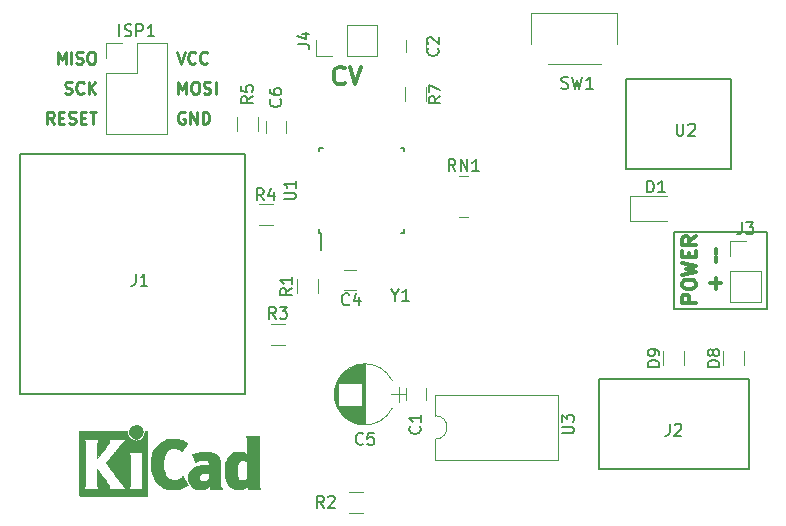
<source format=gto>
G04 #@! TF.FileFunction,Legend,Top*
%FSLAX46Y46*%
G04 Gerber Fmt 4.6, Leading zero omitted, Abs format (unit mm)*
G04 Created by KiCad (PCBNEW 4.0.7-e2-6376~58~ubuntu17.04.1) date Sun Jan  7 16:58:37 2018*
%MOMM*%
%LPD*%
G01*
G04 APERTURE LIST*
%ADD10C,0.100000*%
%ADD11C,0.300000*%
%ADD12C,0.200000*%
%ADD13C,0.250000*%
%ADD14C,0.120000*%
%ADD15C,0.150000*%
%ADD16C,0.010000*%
G04 APERTURE END LIST*
D10*
D11*
X147903429Y-83339714D02*
X147832000Y-83411143D01*
X147617714Y-83482571D01*
X147474857Y-83482571D01*
X147260572Y-83411143D01*
X147117714Y-83268286D01*
X147046286Y-83125429D01*
X146974857Y-82839714D01*
X146974857Y-82625429D01*
X147046286Y-82339714D01*
X147117714Y-82196857D01*
X147260572Y-82054000D01*
X147474857Y-81982571D01*
X147617714Y-81982571D01*
X147832000Y-82054000D01*
X147903429Y-82125429D01*
X148332000Y-81982571D02*
X148832000Y-83482571D01*
X149332000Y-81982571D01*
D12*
X175768000Y-102489000D02*
X175768000Y-96012000D01*
X183642000Y-102489000D02*
X175768000Y-102489000D01*
X183642000Y-96012000D02*
X183642000Y-102489000D01*
X175768000Y-96012000D02*
X183642000Y-96012000D01*
D11*
X177673857Y-101958429D02*
X176473857Y-101958429D01*
X176473857Y-101501286D01*
X176531000Y-101387000D01*
X176588143Y-101329857D01*
X176702429Y-101272714D01*
X176873857Y-101272714D01*
X176988143Y-101329857D01*
X177045286Y-101387000D01*
X177102429Y-101501286D01*
X177102429Y-101958429D01*
X176473857Y-100529857D02*
X176473857Y-100301286D01*
X176531000Y-100187000D01*
X176645286Y-100072714D01*
X176873857Y-100015572D01*
X177273857Y-100015572D01*
X177502429Y-100072714D01*
X177616714Y-100187000D01*
X177673857Y-100301286D01*
X177673857Y-100529857D01*
X177616714Y-100644143D01*
X177502429Y-100758429D01*
X177273857Y-100815572D01*
X176873857Y-100815572D01*
X176645286Y-100758429D01*
X176531000Y-100644143D01*
X176473857Y-100529857D01*
X176473857Y-99615571D02*
X177673857Y-99329857D01*
X176816714Y-99101286D01*
X177673857Y-98872714D01*
X176473857Y-98587000D01*
X177045286Y-98129857D02*
X177045286Y-97729857D01*
X177673857Y-97558428D02*
X177673857Y-98129857D01*
X176473857Y-98129857D01*
X176473857Y-97558428D01*
X177673857Y-96358428D02*
X177102429Y-96758428D01*
X177673857Y-97044143D02*
X176473857Y-97044143D01*
X176473857Y-96587000D01*
X176531000Y-96472714D01*
X176588143Y-96415571D01*
X176702429Y-96358428D01*
X176873857Y-96358428D01*
X176988143Y-96415571D01*
X177045286Y-96472714D01*
X177102429Y-96587000D01*
X177102429Y-97044143D01*
X179316714Y-100787000D02*
X179316714Y-99872714D01*
X179773857Y-100329857D02*
X178859571Y-100329857D01*
X179373857Y-98101285D02*
X179373857Y-98558428D01*
X179373857Y-97415571D02*
X179373857Y-97872714D01*
D13*
X133699238Y-80732381D02*
X134032571Y-81732381D01*
X134365905Y-80732381D01*
X135270667Y-81637143D02*
X135223048Y-81684762D01*
X135080191Y-81732381D01*
X134984953Y-81732381D01*
X134842095Y-81684762D01*
X134746857Y-81589524D01*
X134699238Y-81494286D01*
X134651619Y-81303810D01*
X134651619Y-81160952D01*
X134699238Y-80970476D01*
X134746857Y-80875238D01*
X134842095Y-80780000D01*
X134984953Y-80732381D01*
X135080191Y-80732381D01*
X135223048Y-80780000D01*
X135270667Y-80827619D01*
X136270667Y-81637143D02*
X136223048Y-81684762D01*
X136080191Y-81732381D01*
X135984953Y-81732381D01*
X135842095Y-81684762D01*
X135746857Y-81589524D01*
X135699238Y-81494286D01*
X135651619Y-81303810D01*
X135651619Y-81160952D01*
X135699238Y-80970476D01*
X135746857Y-80875238D01*
X135842095Y-80780000D01*
X135984953Y-80732381D01*
X136080191Y-80732381D01*
X136223048Y-80780000D01*
X136270667Y-80827619D01*
X133842095Y-84272381D02*
X133842095Y-83272381D01*
X134175429Y-83986667D01*
X134508762Y-83272381D01*
X134508762Y-84272381D01*
X135175428Y-83272381D02*
X135365905Y-83272381D01*
X135461143Y-83320000D01*
X135556381Y-83415238D01*
X135604000Y-83605714D01*
X135604000Y-83939048D01*
X135556381Y-84129524D01*
X135461143Y-84224762D01*
X135365905Y-84272381D01*
X135175428Y-84272381D01*
X135080190Y-84224762D01*
X134984952Y-84129524D01*
X134937333Y-83939048D01*
X134937333Y-83605714D01*
X134984952Y-83415238D01*
X135080190Y-83320000D01*
X135175428Y-83272381D01*
X135984952Y-84224762D02*
X136127809Y-84272381D01*
X136365905Y-84272381D01*
X136461143Y-84224762D01*
X136508762Y-84177143D01*
X136556381Y-84081905D01*
X136556381Y-83986667D01*
X136508762Y-83891429D01*
X136461143Y-83843810D01*
X136365905Y-83796190D01*
X136175428Y-83748571D01*
X136080190Y-83700952D01*
X136032571Y-83653333D01*
X135984952Y-83558095D01*
X135984952Y-83462857D01*
X136032571Y-83367619D01*
X136080190Y-83320000D01*
X136175428Y-83272381D01*
X136413524Y-83272381D01*
X136556381Y-83320000D01*
X136984952Y-84272381D02*
X136984952Y-83272381D01*
X134365905Y-85860000D02*
X134270667Y-85812381D01*
X134127810Y-85812381D01*
X133984952Y-85860000D01*
X133889714Y-85955238D01*
X133842095Y-86050476D01*
X133794476Y-86240952D01*
X133794476Y-86383810D01*
X133842095Y-86574286D01*
X133889714Y-86669524D01*
X133984952Y-86764762D01*
X134127810Y-86812381D01*
X134223048Y-86812381D01*
X134365905Y-86764762D01*
X134413524Y-86717143D01*
X134413524Y-86383810D01*
X134223048Y-86383810D01*
X134842095Y-86812381D02*
X134842095Y-85812381D01*
X135413524Y-86812381D01*
X135413524Y-85812381D01*
X135889714Y-86812381D02*
X135889714Y-85812381D01*
X136127809Y-85812381D01*
X136270667Y-85860000D01*
X136365905Y-85955238D01*
X136413524Y-86050476D01*
X136461143Y-86240952D01*
X136461143Y-86383810D01*
X136413524Y-86574286D01*
X136365905Y-86669524D01*
X136270667Y-86764762D01*
X136127809Y-86812381D01*
X135889714Y-86812381D01*
X123285714Y-86812381D02*
X122952380Y-86336190D01*
X122714285Y-86812381D02*
X122714285Y-85812381D01*
X123095238Y-85812381D01*
X123190476Y-85860000D01*
X123238095Y-85907619D01*
X123285714Y-86002857D01*
X123285714Y-86145714D01*
X123238095Y-86240952D01*
X123190476Y-86288571D01*
X123095238Y-86336190D01*
X122714285Y-86336190D01*
X123714285Y-86288571D02*
X124047619Y-86288571D01*
X124190476Y-86812381D02*
X123714285Y-86812381D01*
X123714285Y-85812381D01*
X124190476Y-85812381D01*
X124571428Y-86764762D02*
X124714285Y-86812381D01*
X124952381Y-86812381D01*
X125047619Y-86764762D01*
X125095238Y-86717143D01*
X125142857Y-86621905D01*
X125142857Y-86526667D01*
X125095238Y-86431429D01*
X125047619Y-86383810D01*
X124952381Y-86336190D01*
X124761904Y-86288571D01*
X124666666Y-86240952D01*
X124619047Y-86193333D01*
X124571428Y-86098095D01*
X124571428Y-86002857D01*
X124619047Y-85907619D01*
X124666666Y-85860000D01*
X124761904Y-85812381D01*
X125000000Y-85812381D01*
X125142857Y-85860000D01*
X125571428Y-86288571D02*
X125904762Y-86288571D01*
X126047619Y-86812381D02*
X125571428Y-86812381D01*
X125571428Y-85812381D01*
X126047619Y-85812381D01*
X126333333Y-85812381D02*
X126904762Y-85812381D01*
X126619047Y-86812381D02*
X126619047Y-85812381D01*
X124238095Y-84224762D02*
X124380952Y-84272381D01*
X124619048Y-84272381D01*
X124714286Y-84224762D01*
X124761905Y-84177143D01*
X124809524Y-84081905D01*
X124809524Y-83986667D01*
X124761905Y-83891429D01*
X124714286Y-83843810D01*
X124619048Y-83796190D01*
X124428571Y-83748571D01*
X124333333Y-83700952D01*
X124285714Y-83653333D01*
X124238095Y-83558095D01*
X124238095Y-83462857D01*
X124285714Y-83367619D01*
X124333333Y-83320000D01*
X124428571Y-83272381D01*
X124666667Y-83272381D01*
X124809524Y-83320000D01*
X125809524Y-84177143D02*
X125761905Y-84224762D01*
X125619048Y-84272381D01*
X125523810Y-84272381D01*
X125380952Y-84224762D01*
X125285714Y-84129524D01*
X125238095Y-84034286D01*
X125190476Y-83843810D01*
X125190476Y-83700952D01*
X125238095Y-83510476D01*
X125285714Y-83415238D01*
X125380952Y-83320000D01*
X125523810Y-83272381D01*
X125619048Y-83272381D01*
X125761905Y-83320000D01*
X125809524Y-83367619D01*
X126238095Y-84272381D02*
X126238095Y-83272381D01*
X126809524Y-84272381D02*
X126380952Y-83700952D01*
X126809524Y-83272381D02*
X126238095Y-83843810D01*
X123619048Y-81732381D02*
X123619048Y-80732381D01*
X123952382Y-81446667D01*
X124285715Y-80732381D01*
X124285715Y-81732381D01*
X124761905Y-81732381D02*
X124761905Y-80732381D01*
X125190476Y-81684762D02*
X125333333Y-81732381D01*
X125571429Y-81732381D01*
X125666667Y-81684762D01*
X125714286Y-81637143D01*
X125761905Y-81541905D01*
X125761905Y-81446667D01*
X125714286Y-81351429D01*
X125666667Y-81303810D01*
X125571429Y-81256190D01*
X125380952Y-81208571D01*
X125285714Y-81160952D01*
X125238095Y-81113333D01*
X125190476Y-81018095D01*
X125190476Y-80922857D01*
X125238095Y-80827619D01*
X125285714Y-80780000D01*
X125380952Y-80732381D01*
X125619048Y-80732381D01*
X125761905Y-80780000D01*
X126380952Y-80732381D02*
X126571429Y-80732381D01*
X126666667Y-80780000D01*
X126761905Y-80875238D01*
X126809524Y-81065714D01*
X126809524Y-81399048D01*
X126761905Y-81589524D01*
X126666667Y-81684762D01*
X126571429Y-81732381D01*
X126380952Y-81732381D01*
X126285714Y-81684762D01*
X126190476Y-81589524D01*
X126142857Y-81399048D01*
X126142857Y-81065714D01*
X126190476Y-80875238D01*
X126285714Y-80780000D01*
X126380952Y-80732381D01*
D14*
X155582000Y-113522000D02*
X155582000Y-115292000D01*
X155582000Y-115292000D02*
X165982000Y-115292000D01*
X165982000Y-115292000D02*
X165982000Y-109752000D01*
X165982000Y-109752000D02*
X155582000Y-109752000D01*
X155582000Y-109752000D02*
X155582000Y-111522000D01*
X155582000Y-111522000D02*
G75*
G02X155582000Y-113522000I0J-1000000D01*
G01*
X172044000Y-92920000D02*
X172044000Y-95040000D01*
X175244000Y-92920000D02*
X172044000Y-92920000D01*
X172044000Y-95040000D02*
X175244000Y-95040000D01*
D15*
X145727000Y-96081000D02*
X145952000Y-96081000D01*
X145727000Y-88831000D02*
X146052000Y-88831000D01*
X152977000Y-88831000D02*
X152652000Y-88831000D01*
X152977000Y-96081000D02*
X152652000Y-96081000D01*
X145727000Y-96081000D02*
X145727000Y-95756000D01*
X152977000Y-96081000D02*
X152977000Y-95756000D01*
X152977000Y-88831000D02*
X152977000Y-89156000D01*
X145727000Y-88831000D02*
X145727000Y-89156000D01*
X145952000Y-96081000D02*
X145952000Y-97506000D01*
D14*
X153074000Y-109228000D02*
X153074000Y-110228000D01*
X154774000Y-110228000D02*
X154774000Y-109228000D01*
X153074000Y-79764000D02*
X153074000Y-80764000D01*
X154774000Y-80764000D02*
X154774000Y-79764000D01*
X148836000Y-99226000D02*
X147836000Y-99226000D01*
X147836000Y-100926000D02*
X148836000Y-100926000D01*
X147320278Y-110907723D02*
G75*
G03X151931580Y-110908000I2305722J1179723D01*
G01*
X147320278Y-108548277D02*
G75*
G02X151931580Y-108548000I2305722J-1179723D01*
G01*
X147320278Y-108548277D02*
G75*
G03X147320420Y-110908000I2305722J-1179723D01*
G01*
X149626000Y-112278000D02*
X149626000Y-107178000D01*
X149586000Y-112278000D02*
X149586000Y-107178000D01*
X149546000Y-112277000D02*
X149546000Y-107179000D01*
X149506000Y-112276000D02*
X149506000Y-107180000D01*
X149466000Y-112274000D02*
X149466000Y-107182000D01*
X149426000Y-112271000D02*
X149426000Y-107185000D01*
X149386000Y-112267000D02*
X149386000Y-107189000D01*
X149346000Y-112263000D02*
X149346000Y-110708000D01*
X149346000Y-108748000D02*
X149346000Y-107193000D01*
X149306000Y-112259000D02*
X149306000Y-110708000D01*
X149306000Y-108748000D02*
X149306000Y-107197000D01*
X149266000Y-112253000D02*
X149266000Y-110708000D01*
X149266000Y-108748000D02*
X149266000Y-107203000D01*
X149226000Y-112247000D02*
X149226000Y-110708000D01*
X149226000Y-108748000D02*
X149226000Y-107209000D01*
X149186000Y-112241000D02*
X149186000Y-110708000D01*
X149186000Y-108748000D02*
X149186000Y-107215000D01*
X149146000Y-112234000D02*
X149146000Y-110708000D01*
X149146000Y-108748000D02*
X149146000Y-107222000D01*
X149106000Y-112226000D02*
X149106000Y-110708000D01*
X149106000Y-108748000D02*
X149106000Y-107230000D01*
X149066000Y-112217000D02*
X149066000Y-110708000D01*
X149066000Y-108748000D02*
X149066000Y-107239000D01*
X149026000Y-112208000D02*
X149026000Y-110708000D01*
X149026000Y-108748000D02*
X149026000Y-107248000D01*
X148986000Y-112198000D02*
X148986000Y-110708000D01*
X148986000Y-108748000D02*
X148986000Y-107258000D01*
X148946000Y-112188000D02*
X148946000Y-110708000D01*
X148946000Y-108748000D02*
X148946000Y-107268000D01*
X148905000Y-112176000D02*
X148905000Y-110708000D01*
X148905000Y-108748000D02*
X148905000Y-107280000D01*
X148865000Y-112164000D02*
X148865000Y-110708000D01*
X148865000Y-108748000D02*
X148865000Y-107292000D01*
X148825000Y-112152000D02*
X148825000Y-110708000D01*
X148825000Y-108748000D02*
X148825000Y-107304000D01*
X148785000Y-112138000D02*
X148785000Y-110708000D01*
X148785000Y-108748000D02*
X148785000Y-107318000D01*
X148745000Y-112124000D02*
X148745000Y-110708000D01*
X148745000Y-108748000D02*
X148745000Y-107332000D01*
X148705000Y-112110000D02*
X148705000Y-110708000D01*
X148705000Y-108748000D02*
X148705000Y-107346000D01*
X148665000Y-112094000D02*
X148665000Y-110708000D01*
X148665000Y-108748000D02*
X148665000Y-107362000D01*
X148625000Y-112078000D02*
X148625000Y-110708000D01*
X148625000Y-108748000D02*
X148625000Y-107378000D01*
X148585000Y-112061000D02*
X148585000Y-110708000D01*
X148585000Y-108748000D02*
X148585000Y-107395000D01*
X148545000Y-112043000D02*
X148545000Y-110708000D01*
X148545000Y-108748000D02*
X148545000Y-107413000D01*
X148505000Y-112024000D02*
X148505000Y-110708000D01*
X148505000Y-108748000D02*
X148505000Y-107432000D01*
X148465000Y-112004000D02*
X148465000Y-110708000D01*
X148465000Y-108748000D02*
X148465000Y-107452000D01*
X148425000Y-111984000D02*
X148425000Y-110708000D01*
X148425000Y-108748000D02*
X148425000Y-107472000D01*
X148385000Y-111962000D02*
X148385000Y-110708000D01*
X148385000Y-108748000D02*
X148385000Y-107494000D01*
X148345000Y-111940000D02*
X148345000Y-110708000D01*
X148345000Y-108748000D02*
X148345000Y-107516000D01*
X148305000Y-111917000D02*
X148305000Y-110708000D01*
X148305000Y-108748000D02*
X148305000Y-107539000D01*
X148265000Y-111893000D02*
X148265000Y-110708000D01*
X148265000Y-108748000D02*
X148265000Y-107563000D01*
X148225000Y-111868000D02*
X148225000Y-110708000D01*
X148225000Y-108748000D02*
X148225000Y-107588000D01*
X148185000Y-111841000D02*
X148185000Y-110708000D01*
X148185000Y-108748000D02*
X148185000Y-107615000D01*
X148145000Y-111814000D02*
X148145000Y-110708000D01*
X148145000Y-108748000D02*
X148145000Y-107642000D01*
X148105000Y-111786000D02*
X148105000Y-110708000D01*
X148105000Y-108748000D02*
X148105000Y-107670000D01*
X148065000Y-111756000D02*
X148065000Y-110708000D01*
X148065000Y-108748000D02*
X148065000Y-107700000D01*
X148025000Y-111725000D02*
X148025000Y-110708000D01*
X148025000Y-108748000D02*
X148025000Y-107731000D01*
X147985000Y-111693000D02*
X147985000Y-110708000D01*
X147985000Y-108748000D02*
X147985000Y-107763000D01*
X147945000Y-111660000D02*
X147945000Y-110708000D01*
X147945000Y-108748000D02*
X147945000Y-107796000D01*
X147905000Y-111625000D02*
X147905000Y-110708000D01*
X147905000Y-108748000D02*
X147905000Y-107831000D01*
X147865000Y-111589000D02*
X147865000Y-110708000D01*
X147865000Y-108748000D02*
X147865000Y-107867000D01*
X147825000Y-111551000D02*
X147825000Y-110708000D01*
X147825000Y-108748000D02*
X147825000Y-107905000D01*
X147785000Y-111511000D02*
X147785000Y-110708000D01*
X147785000Y-108748000D02*
X147785000Y-107945000D01*
X147745000Y-111470000D02*
X147745000Y-110708000D01*
X147745000Y-108748000D02*
X147745000Y-107986000D01*
X147705000Y-111427000D02*
X147705000Y-110708000D01*
X147705000Y-108748000D02*
X147705000Y-108029000D01*
X147665000Y-111382000D02*
X147665000Y-110708000D01*
X147665000Y-108748000D02*
X147665000Y-108074000D01*
X147625000Y-111334000D02*
X147625000Y-110708000D01*
X147625000Y-108748000D02*
X147625000Y-108122000D01*
X147585000Y-111284000D02*
X147585000Y-110708000D01*
X147585000Y-108748000D02*
X147585000Y-108172000D01*
X147545000Y-111232000D02*
X147545000Y-110708000D01*
X147545000Y-108748000D02*
X147545000Y-108224000D01*
X147505000Y-111176000D02*
X147505000Y-110708000D01*
X147505000Y-108748000D02*
X147505000Y-108280000D01*
X147465000Y-111118000D02*
X147465000Y-110708000D01*
X147465000Y-108748000D02*
X147465000Y-108338000D01*
X147425000Y-111055000D02*
X147425000Y-110708000D01*
X147425000Y-108748000D02*
X147425000Y-108401000D01*
X147385000Y-110989000D02*
X147385000Y-108467000D01*
X147345000Y-110917000D02*
X147345000Y-108539000D01*
X147305000Y-110840000D02*
X147305000Y-108616000D01*
X147265000Y-110756000D02*
X147265000Y-108700000D01*
X147225000Y-110662000D02*
X147225000Y-108794000D01*
X147185000Y-110557000D02*
X147185000Y-108899000D01*
X147145000Y-110435000D02*
X147145000Y-109021000D01*
X147105000Y-110287000D02*
X147105000Y-109169000D01*
X147065000Y-110082000D02*
X147065000Y-109374000D01*
X153076000Y-109728000D02*
X151876000Y-109728000D01*
X152476000Y-110378000D02*
X152476000Y-109078000D01*
X138820000Y-87468000D02*
X138820000Y-86268000D01*
X140580000Y-86268000D02*
X140580000Y-87468000D01*
X145660000Y-99984000D02*
X145660000Y-101184000D01*
X143900000Y-101184000D02*
X143900000Y-99984000D01*
X141640000Y-103768000D02*
X142840000Y-103768000D01*
X142840000Y-105528000D02*
X141640000Y-105528000D01*
X153044000Y-84928000D02*
X153044000Y-83728000D01*
X154804000Y-83728000D02*
X154804000Y-84928000D01*
X148244000Y-117992000D02*
X149444000Y-117992000D01*
X149444000Y-119752000D02*
X148244000Y-119752000D01*
X127702000Y-87690000D02*
X132902000Y-87690000D01*
X127702000Y-82550000D02*
X127702000Y-87690000D01*
X132902000Y-79950000D02*
X132902000Y-87690000D01*
X127702000Y-82550000D02*
X130302000Y-82550000D01*
X130302000Y-82550000D02*
X130302000Y-79950000D01*
X130302000Y-79950000D02*
X132902000Y-79950000D01*
X127702000Y-81280000D02*
X127702000Y-79950000D01*
X127702000Y-79950000D02*
X129032000Y-79950000D01*
X163703000Y-77470000D02*
X171000000Y-77470000D01*
X171000000Y-77470000D02*
X171000000Y-80040000D01*
X165100000Y-81770000D02*
X169600000Y-81770000D01*
X163703000Y-77470000D02*
X163703000Y-80040000D01*
X158388000Y-94684000D02*
X157588000Y-94684000D01*
X158388000Y-91244000D02*
X157588000Y-91244000D01*
X181728000Y-106080000D02*
X181728000Y-107280000D01*
X179968000Y-107280000D02*
X179968000Y-106080000D01*
X174888000Y-107280000D02*
X174888000Y-106080000D01*
X176648000Y-106080000D02*
X176648000Y-107280000D01*
D16*
G36*
X127140257Y-112789689D02*
X127404780Y-112789725D01*
X127527912Y-112789730D01*
X129498811Y-112789730D01*
X129498811Y-112905910D01*
X129511211Y-113047291D01*
X129548636Y-113177684D01*
X129611423Y-113297862D01*
X129699906Y-113408602D01*
X129729843Y-113438511D01*
X129837534Y-113523348D01*
X129956275Y-113585221D01*
X130082540Y-113624159D01*
X130212803Y-113640190D01*
X130343535Y-113633342D01*
X130471212Y-113603643D01*
X130592305Y-113551120D01*
X130703288Y-113475803D01*
X130753132Y-113430363D01*
X130846017Y-113318952D01*
X130914127Y-113196435D01*
X130956871Y-113064215D01*
X130973653Y-112923692D01*
X130973876Y-112909867D01*
X130974756Y-112789734D01*
X131027557Y-112789732D01*
X131074396Y-112796089D01*
X131117183Y-112811556D01*
X131120011Y-112813154D01*
X131129675Y-112818168D01*
X131138549Y-112822073D01*
X131146665Y-112826007D01*
X131154057Y-112831106D01*
X131160755Y-112838508D01*
X131166792Y-112849351D01*
X131172199Y-112864772D01*
X131177010Y-112885909D01*
X131181255Y-112913899D01*
X131184968Y-112949879D01*
X131188179Y-112994987D01*
X131190922Y-113050360D01*
X131193228Y-113117137D01*
X131195129Y-113196453D01*
X131196658Y-113289447D01*
X131197846Y-113397257D01*
X131198726Y-113521019D01*
X131199330Y-113661871D01*
X131199689Y-113820950D01*
X131199835Y-113999395D01*
X131199802Y-114198342D01*
X131199620Y-114418929D01*
X131199323Y-114662293D01*
X131198941Y-114929572D01*
X131198508Y-115221903D01*
X131198055Y-115540424D01*
X131198002Y-115579230D01*
X131197596Y-115899782D01*
X131197251Y-116194012D01*
X131196931Y-116463056D01*
X131196600Y-116708052D01*
X131196221Y-116930137D01*
X131195757Y-117130447D01*
X131195172Y-117310119D01*
X131194430Y-117470290D01*
X131193494Y-117612098D01*
X131192327Y-117736679D01*
X131190893Y-117845170D01*
X131189156Y-117938707D01*
X131187078Y-118018429D01*
X131184624Y-118085472D01*
X131181756Y-118140973D01*
X131178439Y-118186068D01*
X131174636Y-118221895D01*
X131170310Y-118249591D01*
X131165425Y-118270293D01*
X131159945Y-118285137D01*
X131153832Y-118295260D01*
X131147050Y-118301800D01*
X131139563Y-118305893D01*
X131131334Y-118308676D01*
X131122327Y-118311287D01*
X131112505Y-118314862D01*
X131110106Y-118315950D01*
X131102565Y-118318396D01*
X131089944Y-118320642D01*
X131071141Y-118322698D01*
X131045053Y-118324572D01*
X131010578Y-118326271D01*
X130966615Y-118327803D01*
X130912061Y-118329177D01*
X130845815Y-118330400D01*
X130766774Y-118331481D01*
X130673837Y-118332427D01*
X130565901Y-118333247D01*
X130441864Y-118333947D01*
X130300624Y-118334538D01*
X130141079Y-118335025D01*
X129962128Y-118335419D01*
X129762668Y-118335725D01*
X129541596Y-118335953D01*
X129297812Y-118336110D01*
X129030213Y-118336205D01*
X128737697Y-118336245D01*
X128419161Y-118336238D01*
X128315979Y-118336228D01*
X127990377Y-118336176D01*
X127691119Y-118336091D01*
X127417091Y-118335963D01*
X127167176Y-118335785D01*
X126940260Y-118335548D01*
X126735227Y-118335242D01*
X126550962Y-118334860D01*
X126386350Y-118334392D01*
X126240275Y-118333830D01*
X126111624Y-118333165D01*
X125999279Y-118332388D01*
X125902126Y-118331491D01*
X125819050Y-118330465D01*
X125748936Y-118329301D01*
X125690668Y-118327991D01*
X125643131Y-118326525D01*
X125605210Y-118324896D01*
X125575790Y-118323093D01*
X125553755Y-118321110D01*
X125537990Y-118318936D01*
X125527380Y-118316563D01*
X125521596Y-118314391D01*
X125511316Y-118310056D01*
X125501878Y-118306859D01*
X125493245Y-118303665D01*
X125485381Y-118299338D01*
X125478252Y-118292744D01*
X125471821Y-118282747D01*
X125466053Y-118268212D01*
X125460911Y-118248003D01*
X125456360Y-118220985D01*
X125452365Y-118186023D01*
X125448889Y-118141981D01*
X125445898Y-118087724D01*
X125443354Y-118022117D01*
X125441223Y-117944024D01*
X125439468Y-117852310D01*
X125438055Y-117745840D01*
X125437685Y-117704973D01*
X125804116Y-117704973D01*
X127099266Y-117704973D01*
X127074345Y-117667217D01*
X127049553Y-117628417D01*
X127028560Y-117591469D01*
X127011065Y-117553788D01*
X126996770Y-117512788D01*
X126985377Y-117465883D01*
X126976587Y-117410487D01*
X126970102Y-117344016D01*
X126965623Y-117263883D01*
X126962850Y-117167502D01*
X126961487Y-117052289D01*
X126961233Y-116915657D01*
X126961791Y-116755020D01*
X126962107Y-116695382D01*
X126965675Y-116056041D01*
X127370702Y-116607449D01*
X127485446Y-116763876D01*
X127584857Y-116900088D01*
X127670010Y-117017890D01*
X127741978Y-117119084D01*
X127801834Y-117205477D01*
X127850652Y-117278874D01*
X127889505Y-117341077D01*
X127919466Y-117393893D01*
X127941609Y-117439125D01*
X127957007Y-117478578D01*
X127966734Y-117514058D01*
X127971863Y-117547368D01*
X127973468Y-117580313D01*
X127972621Y-117614697D01*
X127972405Y-117619019D01*
X127967946Y-117705031D01*
X129387308Y-117704973D01*
X129281735Y-117598522D01*
X129253087Y-117569406D01*
X129225910Y-117541076D01*
X129199011Y-117511968D01*
X129171197Y-117480520D01*
X129141275Y-117445169D01*
X129108054Y-117404354D01*
X129070339Y-117356511D01*
X129026940Y-117300079D01*
X128976662Y-117233494D01*
X128918312Y-117155195D01*
X128850700Y-117063619D01*
X128772631Y-116957204D01*
X128682912Y-116834387D01*
X128580352Y-116693605D01*
X128463758Y-116533297D01*
X128368191Y-116401798D01*
X128248251Y-116236596D01*
X128143620Y-116092152D01*
X128053352Y-115967094D01*
X127976497Y-115860052D01*
X127912109Y-115769654D01*
X127859239Y-115694529D01*
X127816940Y-115633304D01*
X127784264Y-115584610D01*
X127760262Y-115547074D01*
X127743987Y-115519325D01*
X127734492Y-115499992D01*
X127730827Y-115487703D01*
X127731929Y-115481242D01*
X127745276Y-115464048D01*
X127774134Y-115427655D01*
X127816760Y-115374224D01*
X127871415Y-115305919D01*
X127936356Y-115224903D01*
X128009842Y-115133340D01*
X128090132Y-115033392D01*
X128175485Y-114927224D01*
X128264160Y-114816997D01*
X128354414Y-114704876D01*
X128404056Y-114643244D01*
X129636627Y-114643244D01*
X129687854Y-114735919D01*
X129739081Y-114828595D01*
X129739081Y-117519622D01*
X129687854Y-117612298D01*
X129636627Y-117704973D01*
X130242604Y-117704973D01*
X130387266Y-117704931D01*
X130506756Y-117704741D01*
X130603358Y-117704308D01*
X130679358Y-117703536D01*
X130737043Y-117702330D01*
X130778699Y-117700594D01*
X130806611Y-117698232D01*
X130823065Y-117695150D01*
X130830348Y-117691251D01*
X130830745Y-117686440D01*
X130826542Y-117680622D01*
X130826499Y-117680574D01*
X130809187Y-117655532D01*
X130786264Y-117614815D01*
X130766019Y-117574168D01*
X130727621Y-117492162D01*
X130719789Y-114643244D01*
X129636627Y-114643244D01*
X128404056Y-114643244D01*
X128444507Y-114593024D01*
X128532698Y-114483604D01*
X128617246Y-114378778D01*
X128696408Y-114280711D01*
X128768444Y-114191566D01*
X128831613Y-114113505D01*
X128884173Y-114048692D01*
X128924383Y-113999290D01*
X128948000Y-113970487D01*
X129039710Y-113862778D01*
X129127940Y-113765580D01*
X129209597Y-113682076D01*
X129281590Y-113615448D01*
X129332681Y-113574599D01*
X129393093Y-113531135D01*
X128003702Y-113531135D01*
X128004092Y-113612666D01*
X128000209Y-113672606D01*
X127985610Y-113728177D01*
X127963012Y-113780855D01*
X127948322Y-113810615D01*
X127932528Y-113840103D01*
X127914186Y-113871276D01*
X127891855Y-113906093D01*
X127864091Y-113946510D01*
X127829451Y-113994486D01*
X127786493Y-114051978D01*
X127733773Y-114120943D01*
X127669849Y-114203339D01*
X127593279Y-114301124D01*
X127502619Y-114416255D01*
X127396426Y-114550690D01*
X127384432Y-114565859D01*
X126965675Y-115095412D01*
X126961622Y-114508922D01*
X126960805Y-114333251D01*
X126960979Y-114184532D01*
X126962151Y-114062275D01*
X126964331Y-113965989D01*
X126967526Y-113895183D01*
X126971744Y-113849369D01*
X126973162Y-113840679D01*
X126995409Y-113749135D01*
X127024557Y-113666608D01*
X127057818Y-113600253D01*
X127077800Y-113572110D01*
X127112278Y-113531135D01*
X126458086Y-113531135D01*
X126302031Y-113531269D01*
X126171533Y-113531703D01*
X126064690Y-113532489D01*
X125979602Y-113533676D01*
X125914365Y-113535317D01*
X125867079Y-113537461D01*
X125835843Y-113540159D01*
X125818754Y-113543462D01*
X125813912Y-113547421D01*
X125814247Y-113548298D01*
X125828115Y-113569231D01*
X125851268Y-113602412D01*
X125863246Y-113619193D01*
X125875631Y-113635940D01*
X125886763Y-113650915D01*
X125896712Y-113665594D01*
X125905549Y-113681449D01*
X125913343Y-113699955D01*
X125920165Y-113722585D01*
X125926084Y-113750813D01*
X125931171Y-113786113D01*
X125935496Y-113829958D01*
X125939129Y-113883822D01*
X125942140Y-113949180D01*
X125944599Y-114027504D01*
X125946577Y-114120268D01*
X125948142Y-114228947D01*
X125949366Y-114355013D01*
X125950319Y-114499942D01*
X125951070Y-114665206D01*
X125951689Y-114852279D01*
X125952248Y-115062635D01*
X125952815Y-115297748D01*
X125953345Y-115513741D01*
X125953845Y-115754535D01*
X125954105Y-115984274D01*
X125954132Y-116201493D01*
X125953933Y-116404722D01*
X125953514Y-116592496D01*
X125952882Y-116763345D01*
X125952044Y-116915803D01*
X125951008Y-117048403D01*
X125949780Y-117159676D01*
X125948367Y-117248156D01*
X125946775Y-117312375D01*
X125945013Y-117350865D01*
X125944679Y-117354933D01*
X125932534Y-117448248D01*
X125913573Y-117523190D01*
X125884698Y-117588594D01*
X125842810Y-117653293D01*
X125837571Y-117660352D01*
X125804116Y-117704973D01*
X125437685Y-117704973D01*
X125436946Y-117623479D01*
X125436107Y-117484090D01*
X125435502Y-117326539D01*
X125435095Y-117149691D01*
X125434850Y-116952410D01*
X125434733Y-116733560D01*
X125434705Y-116492007D01*
X125434733Y-116226615D01*
X125434780Y-115936249D01*
X125434810Y-115619773D01*
X125434811Y-115556946D01*
X125434828Y-115237137D01*
X125434888Y-114943661D01*
X125434998Y-114675390D01*
X125435167Y-114431198D01*
X125435403Y-114209957D01*
X125435716Y-114010540D01*
X125436115Y-113831820D01*
X125436607Y-113672671D01*
X125437203Y-113531966D01*
X125437910Y-113408576D01*
X125438737Y-113301376D01*
X125439693Y-113209238D01*
X125440787Y-113131035D01*
X125442027Y-113065641D01*
X125443422Y-113011928D01*
X125444982Y-112968769D01*
X125446714Y-112935037D01*
X125448628Y-112909605D01*
X125450732Y-112891347D01*
X125453034Y-112879134D01*
X125455545Y-112871841D01*
X125455637Y-112871659D01*
X125460808Y-112860518D01*
X125465115Y-112850431D01*
X125469879Y-112841346D01*
X125476422Y-112833212D01*
X125486065Y-112825976D01*
X125500129Y-112819586D01*
X125519937Y-112813989D01*
X125546809Y-112809133D01*
X125582067Y-112804966D01*
X125627032Y-112801436D01*
X125683026Y-112798491D01*
X125751371Y-112796077D01*
X125833386Y-112794144D01*
X125930395Y-112792638D01*
X126043718Y-112791508D01*
X126174677Y-112790702D01*
X126324593Y-112790166D01*
X126494787Y-112789849D01*
X126686582Y-112789699D01*
X126901298Y-112789663D01*
X127140257Y-112789689D01*
X127140257Y-112789689D01*
G37*
X127140257Y-112789689D02*
X127404780Y-112789725D01*
X127527912Y-112789730D01*
X129498811Y-112789730D01*
X129498811Y-112905910D01*
X129511211Y-113047291D01*
X129548636Y-113177684D01*
X129611423Y-113297862D01*
X129699906Y-113408602D01*
X129729843Y-113438511D01*
X129837534Y-113523348D01*
X129956275Y-113585221D01*
X130082540Y-113624159D01*
X130212803Y-113640190D01*
X130343535Y-113633342D01*
X130471212Y-113603643D01*
X130592305Y-113551120D01*
X130703288Y-113475803D01*
X130753132Y-113430363D01*
X130846017Y-113318952D01*
X130914127Y-113196435D01*
X130956871Y-113064215D01*
X130973653Y-112923692D01*
X130973876Y-112909867D01*
X130974756Y-112789734D01*
X131027557Y-112789732D01*
X131074396Y-112796089D01*
X131117183Y-112811556D01*
X131120011Y-112813154D01*
X131129675Y-112818168D01*
X131138549Y-112822073D01*
X131146665Y-112826007D01*
X131154057Y-112831106D01*
X131160755Y-112838508D01*
X131166792Y-112849351D01*
X131172199Y-112864772D01*
X131177010Y-112885909D01*
X131181255Y-112913899D01*
X131184968Y-112949879D01*
X131188179Y-112994987D01*
X131190922Y-113050360D01*
X131193228Y-113117137D01*
X131195129Y-113196453D01*
X131196658Y-113289447D01*
X131197846Y-113397257D01*
X131198726Y-113521019D01*
X131199330Y-113661871D01*
X131199689Y-113820950D01*
X131199835Y-113999395D01*
X131199802Y-114198342D01*
X131199620Y-114418929D01*
X131199323Y-114662293D01*
X131198941Y-114929572D01*
X131198508Y-115221903D01*
X131198055Y-115540424D01*
X131198002Y-115579230D01*
X131197596Y-115899782D01*
X131197251Y-116194012D01*
X131196931Y-116463056D01*
X131196600Y-116708052D01*
X131196221Y-116930137D01*
X131195757Y-117130447D01*
X131195172Y-117310119D01*
X131194430Y-117470290D01*
X131193494Y-117612098D01*
X131192327Y-117736679D01*
X131190893Y-117845170D01*
X131189156Y-117938707D01*
X131187078Y-118018429D01*
X131184624Y-118085472D01*
X131181756Y-118140973D01*
X131178439Y-118186068D01*
X131174636Y-118221895D01*
X131170310Y-118249591D01*
X131165425Y-118270293D01*
X131159945Y-118285137D01*
X131153832Y-118295260D01*
X131147050Y-118301800D01*
X131139563Y-118305893D01*
X131131334Y-118308676D01*
X131122327Y-118311287D01*
X131112505Y-118314862D01*
X131110106Y-118315950D01*
X131102565Y-118318396D01*
X131089944Y-118320642D01*
X131071141Y-118322698D01*
X131045053Y-118324572D01*
X131010578Y-118326271D01*
X130966615Y-118327803D01*
X130912061Y-118329177D01*
X130845815Y-118330400D01*
X130766774Y-118331481D01*
X130673837Y-118332427D01*
X130565901Y-118333247D01*
X130441864Y-118333947D01*
X130300624Y-118334538D01*
X130141079Y-118335025D01*
X129962128Y-118335419D01*
X129762668Y-118335725D01*
X129541596Y-118335953D01*
X129297812Y-118336110D01*
X129030213Y-118336205D01*
X128737697Y-118336245D01*
X128419161Y-118336238D01*
X128315979Y-118336228D01*
X127990377Y-118336176D01*
X127691119Y-118336091D01*
X127417091Y-118335963D01*
X127167176Y-118335785D01*
X126940260Y-118335548D01*
X126735227Y-118335242D01*
X126550962Y-118334860D01*
X126386350Y-118334392D01*
X126240275Y-118333830D01*
X126111624Y-118333165D01*
X125999279Y-118332388D01*
X125902126Y-118331491D01*
X125819050Y-118330465D01*
X125748936Y-118329301D01*
X125690668Y-118327991D01*
X125643131Y-118326525D01*
X125605210Y-118324896D01*
X125575790Y-118323093D01*
X125553755Y-118321110D01*
X125537990Y-118318936D01*
X125527380Y-118316563D01*
X125521596Y-118314391D01*
X125511316Y-118310056D01*
X125501878Y-118306859D01*
X125493245Y-118303665D01*
X125485381Y-118299338D01*
X125478252Y-118292744D01*
X125471821Y-118282747D01*
X125466053Y-118268212D01*
X125460911Y-118248003D01*
X125456360Y-118220985D01*
X125452365Y-118186023D01*
X125448889Y-118141981D01*
X125445898Y-118087724D01*
X125443354Y-118022117D01*
X125441223Y-117944024D01*
X125439468Y-117852310D01*
X125438055Y-117745840D01*
X125437685Y-117704973D01*
X125804116Y-117704973D01*
X127099266Y-117704973D01*
X127074345Y-117667217D01*
X127049553Y-117628417D01*
X127028560Y-117591469D01*
X127011065Y-117553788D01*
X126996770Y-117512788D01*
X126985377Y-117465883D01*
X126976587Y-117410487D01*
X126970102Y-117344016D01*
X126965623Y-117263883D01*
X126962850Y-117167502D01*
X126961487Y-117052289D01*
X126961233Y-116915657D01*
X126961791Y-116755020D01*
X126962107Y-116695382D01*
X126965675Y-116056041D01*
X127370702Y-116607449D01*
X127485446Y-116763876D01*
X127584857Y-116900088D01*
X127670010Y-117017890D01*
X127741978Y-117119084D01*
X127801834Y-117205477D01*
X127850652Y-117278874D01*
X127889505Y-117341077D01*
X127919466Y-117393893D01*
X127941609Y-117439125D01*
X127957007Y-117478578D01*
X127966734Y-117514058D01*
X127971863Y-117547368D01*
X127973468Y-117580313D01*
X127972621Y-117614697D01*
X127972405Y-117619019D01*
X127967946Y-117705031D01*
X129387308Y-117704973D01*
X129281735Y-117598522D01*
X129253087Y-117569406D01*
X129225910Y-117541076D01*
X129199011Y-117511968D01*
X129171197Y-117480520D01*
X129141275Y-117445169D01*
X129108054Y-117404354D01*
X129070339Y-117356511D01*
X129026940Y-117300079D01*
X128976662Y-117233494D01*
X128918312Y-117155195D01*
X128850700Y-117063619D01*
X128772631Y-116957204D01*
X128682912Y-116834387D01*
X128580352Y-116693605D01*
X128463758Y-116533297D01*
X128368191Y-116401798D01*
X128248251Y-116236596D01*
X128143620Y-116092152D01*
X128053352Y-115967094D01*
X127976497Y-115860052D01*
X127912109Y-115769654D01*
X127859239Y-115694529D01*
X127816940Y-115633304D01*
X127784264Y-115584610D01*
X127760262Y-115547074D01*
X127743987Y-115519325D01*
X127734492Y-115499992D01*
X127730827Y-115487703D01*
X127731929Y-115481242D01*
X127745276Y-115464048D01*
X127774134Y-115427655D01*
X127816760Y-115374224D01*
X127871415Y-115305919D01*
X127936356Y-115224903D01*
X128009842Y-115133340D01*
X128090132Y-115033392D01*
X128175485Y-114927224D01*
X128264160Y-114816997D01*
X128354414Y-114704876D01*
X128404056Y-114643244D01*
X129636627Y-114643244D01*
X129687854Y-114735919D01*
X129739081Y-114828595D01*
X129739081Y-117519622D01*
X129687854Y-117612298D01*
X129636627Y-117704973D01*
X130242604Y-117704973D01*
X130387266Y-117704931D01*
X130506756Y-117704741D01*
X130603358Y-117704308D01*
X130679358Y-117703536D01*
X130737043Y-117702330D01*
X130778699Y-117700594D01*
X130806611Y-117698232D01*
X130823065Y-117695150D01*
X130830348Y-117691251D01*
X130830745Y-117686440D01*
X130826542Y-117680622D01*
X130826499Y-117680574D01*
X130809187Y-117655532D01*
X130786264Y-117614815D01*
X130766019Y-117574168D01*
X130727621Y-117492162D01*
X130719789Y-114643244D01*
X129636627Y-114643244D01*
X128404056Y-114643244D01*
X128444507Y-114593024D01*
X128532698Y-114483604D01*
X128617246Y-114378778D01*
X128696408Y-114280711D01*
X128768444Y-114191566D01*
X128831613Y-114113505D01*
X128884173Y-114048692D01*
X128924383Y-113999290D01*
X128948000Y-113970487D01*
X129039710Y-113862778D01*
X129127940Y-113765580D01*
X129209597Y-113682076D01*
X129281590Y-113615448D01*
X129332681Y-113574599D01*
X129393093Y-113531135D01*
X128003702Y-113531135D01*
X128004092Y-113612666D01*
X128000209Y-113672606D01*
X127985610Y-113728177D01*
X127963012Y-113780855D01*
X127948322Y-113810615D01*
X127932528Y-113840103D01*
X127914186Y-113871276D01*
X127891855Y-113906093D01*
X127864091Y-113946510D01*
X127829451Y-113994486D01*
X127786493Y-114051978D01*
X127733773Y-114120943D01*
X127669849Y-114203339D01*
X127593279Y-114301124D01*
X127502619Y-114416255D01*
X127396426Y-114550690D01*
X127384432Y-114565859D01*
X126965675Y-115095412D01*
X126961622Y-114508922D01*
X126960805Y-114333251D01*
X126960979Y-114184532D01*
X126962151Y-114062275D01*
X126964331Y-113965989D01*
X126967526Y-113895183D01*
X126971744Y-113849369D01*
X126973162Y-113840679D01*
X126995409Y-113749135D01*
X127024557Y-113666608D01*
X127057818Y-113600253D01*
X127077800Y-113572110D01*
X127112278Y-113531135D01*
X126458086Y-113531135D01*
X126302031Y-113531269D01*
X126171533Y-113531703D01*
X126064690Y-113532489D01*
X125979602Y-113533676D01*
X125914365Y-113535317D01*
X125867079Y-113537461D01*
X125835843Y-113540159D01*
X125818754Y-113543462D01*
X125813912Y-113547421D01*
X125814247Y-113548298D01*
X125828115Y-113569231D01*
X125851268Y-113602412D01*
X125863246Y-113619193D01*
X125875631Y-113635940D01*
X125886763Y-113650915D01*
X125896712Y-113665594D01*
X125905549Y-113681449D01*
X125913343Y-113699955D01*
X125920165Y-113722585D01*
X125926084Y-113750813D01*
X125931171Y-113786113D01*
X125935496Y-113829958D01*
X125939129Y-113883822D01*
X125942140Y-113949180D01*
X125944599Y-114027504D01*
X125946577Y-114120268D01*
X125948142Y-114228947D01*
X125949366Y-114355013D01*
X125950319Y-114499942D01*
X125951070Y-114665206D01*
X125951689Y-114852279D01*
X125952248Y-115062635D01*
X125952815Y-115297748D01*
X125953345Y-115513741D01*
X125953845Y-115754535D01*
X125954105Y-115984274D01*
X125954132Y-116201493D01*
X125953933Y-116404722D01*
X125953514Y-116592496D01*
X125952882Y-116763345D01*
X125952044Y-116915803D01*
X125951008Y-117048403D01*
X125949780Y-117159676D01*
X125948367Y-117248156D01*
X125946775Y-117312375D01*
X125945013Y-117350865D01*
X125944679Y-117354933D01*
X125932534Y-117448248D01*
X125913573Y-117523190D01*
X125884698Y-117588594D01*
X125842810Y-117653293D01*
X125837571Y-117660352D01*
X125804116Y-117704973D01*
X125437685Y-117704973D01*
X125436946Y-117623479D01*
X125436107Y-117484090D01*
X125435502Y-117326539D01*
X125435095Y-117149691D01*
X125434850Y-116952410D01*
X125434733Y-116733560D01*
X125434705Y-116492007D01*
X125434733Y-116226615D01*
X125434780Y-115936249D01*
X125434810Y-115619773D01*
X125434811Y-115556946D01*
X125434828Y-115237137D01*
X125434888Y-114943661D01*
X125434998Y-114675390D01*
X125435167Y-114431198D01*
X125435403Y-114209957D01*
X125435716Y-114010540D01*
X125436115Y-113831820D01*
X125436607Y-113672671D01*
X125437203Y-113531966D01*
X125437910Y-113408576D01*
X125438737Y-113301376D01*
X125439693Y-113209238D01*
X125440787Y-113131035D01*
X125442027Y-113065641D01*
X125443422Y-113011928D01*
X125444982Y-112968769D01*
X125446714Y-112935037D01*
X125448628Y-112909605D01*
X125450732Y-112891347D01*
X125453034Y-112879134D01*
X125455545Y-112871841D01*
X125455637Y-112871659D01*
X125460808Y-112860518D01*
X125465115Y-112850431D01*
X125469879Y-112841346D01*
X125476422Y-112833212D01*
X125486065Y-112825976D01*
X125500129Y-112819586D01*
X125519937Y-112813989D01*
X125546809Y-112809133D01*
X125582067Y-112804966D01*
X125627032Y-112801436D01*
X125683026Y-112798491D01*
X125751371Y-112796077D01*
X125833386Y-112794144D01*
X125930395Y-112792638D01*
X126043718Y-112791508D01*
X126174677Y-112790702D01*
X126324593Y-112790166D01*
X126494787Y-112789849D01*
X126686582Y-112789699D01*
X126901298Y-112789663D01*
X127140257Y-112789689D01*
G36*
X133535962Y-113476499D02*
X133684014Y-113492707D01*
X133827452Y-113521718D01*
X133972110Y-113565045D01*
X134123824Y-113624201D01*
X134288428Y-113700700D01*
X134318071Y-113715517D01*
X134386098Y-113749031D01*
X134450256Y-113779208D01*
X134504215Y-113803166D01*
X134541640Y-113818024D01*
X134547389Y-113819895D01*
X134602486Y-113836402D01*
X134355851Y-114195201D01*
X134295552Y-114282893D01*
X134240422Y-114363012D01*
X134192336Y-114432836D01*
X134153168Y-114489647D01*
X134124794Y-114530723D01*
X134109087Y-114553346D01*
X134106536Y-114556928D01*
X134096171Y-114549438D01*
X134070660Y-114526918D01*
X134034563Y-114493461D01*
X134014642Y-114474550D01*
X133901773Y-114384778D01*
X133775014Y-114316561D01*
X133665783Y-114279195D01*
X133600214Y-114267460D01*
X133518116Y-114260308D01*
X133429144Y-114257874D01*
X133342956Y-114260288D01*
X133269205Y-114267683D01*
X133239776Y-114273347D01*
X133107133Y-114318982D01*
X132987606Y-114388663D01*
X132881283Y-114482260D01*
X132788253Y-114599649D01*
X132708605Y-114740700D01*
X132642426Y-114905286D01*
X132589806Y-115093280D01*
X132558533Y-115254217D01*
X132550374Y-115325263D01*
X132544815Y-115417046D01*
X132541802Y-115522968D01*
X132541281Y-115636434D01*
X132543200Y-115750849D01*
X132547503Y-115859617D01*
X132554137Y-115956143D01*
X132563049Y-116033831D01*
X132564979Y-116045817D01*
X132607499Y-116238892D01*
X132665433Y-116409773D01*
X132739133Y-116559224D01*
X132828951Y-116688011D01*
X132892707Y-116757639D01*
X133007286Y-116852173D01*
X133132942Y-116922246D01*
X133267557Y-116967477D01*
X133409011Y-116987484D01*
X133555183Y-116981885D01*
X133703955Y-116950300D01*
X133791911Y-116919394D01*
X133913629Y-116857506D01*
X134039080Y-116768729D01*
X134109353Y-116708694D01*
X134148811Y-116673947D01*
X134179812Y-116648454D01*
X134197458Y-116636170D01*
X134199648Y-116635795D01*
X134207524Y-116648347D01*
X134227932Y-116681516D01*
X134259132Y-116732458D01*
X134299386Y-116798331D01*
X134346957Y-116876289D01*
X134400104Y-116963490D01*
X134429687Y-117012067D01*
X134655648Y-117383215D01*
X134373527Y-117522639D01*
X134271522Y-117572719D01*
X134188889Y-117612210D01*
X134120578Y-117643073D01*
X134061537Y-117667268D01*
X134006714Y-117686758D01*
X133951060Y-117703503D01*
X133889523Y-117719465D01*
X133830540Y-117733482D01*
X133778115Y-117744329D01*
X133723288Y-117752526D01*
X133660572Y-117758528D01*
X133584477Y-117762790D01*
X133489516Y-117765767D01*
X133425513Y-117767052D01*
X133334192Y-117767930D01*
X133246627Y-117767487D01*
X133168612Y-117765852D01*
X133105942Y-117763149D01*
X133064413Y-117759505D01*
X133061952Y-117759142D01*
X132846303Y-117712487D01*
X132643793Y-117641729D01*
X132454495Y-117546914D01*
X132278479Y-117428089D01*
X132115816Y-117285300D01*
X131966578Y-117118594D01*
X131858496Y-116970433D01*
X131743434Y-116776502D01*
X131650423Y-116571699D01*
X131579013Y-116354383D01*
X131528756Y-116122912D01*
X131499201Y-115875643D01*
X131489889Y-115624559D01*
X131497548Y-115381670D01*
X131521613Y-115157570D01*
X131562852Y-114948477D01*
X131622027Y-114750613D01*
X131699904Y-114560196D01*
X131709203Y-114540468D01*
X131811648Y-114356059D01*
X131937472Y-114180576D01*
X132083112Y-114017650D01*
X132245001Y-113870914D01*
X132419576Y-113744001D01*
X132582244Y-113650905D01*
X132746573Y-113577991D01*
X132911251Y-113525174D01*
X133082652Y-113491015D01*
X133267153Y-113474078D01*
X133377459Y-113471580D01*
X133535962Y-113476499D01*
X133535962Y-113476499D01*
G37*
X133535962Y-113476499D02*
X133684014Y-113492707D01*
X133827452Y-113521718D01*
X133972110Y-113565045D01*
X134123824Y-113624201D01*
X134288428Y-113700700D01*
X134318071Y-113715517D01*
X134386098Y-113749031D01*
X134450256Y-113779208D01*
X134504215Y-113803166D01*
X134541640Y-113818024D01*
X134547389Y-113819895D01*
X134602486Y-113836402D01*
X134355851Y-114195201D01*
X134295552Y-114282893D01*
X134240422Y-114363012D01*
X134192336Y-114432836D01*
X134153168Y-114489647D01*
X134124794Y-114530723D01*
X134109087Y-114553346D01*
X134106536Y-114556928D01*
X134096171Y-114549438D01*
X134070660Y-114526918D01*
X134034563Y-114493461D01*
X134014642Y-114474550D01*
X133901773Y-114384778D01*
X133775014Y-114316561D01*
X133665783Y-114279195D01*
X133600214Y-114267460D01*
X133518116Y-114260308D01*
X133429144Y-114257874D01*
X133342956Y-114260288D01*
X133269205Y-114267683D01*
X133239776Y-114273347D01*
X133107133Y-114318982D01*
X132987606Y-114388663D01*
X132881283Y-114482260D01*
X132788253Y-114599649D01*
X132708605Y-114740700D01*
X132642426Y-114905286D01*
X132589806Y-115093280D01*
X132558533Y-115254217D01*
X132550374Y-115325263D01*
X132544815Y-115417046D01*
X132541802Y-115522968D01*
X132541281Y-115636434D01*
X132543200Y-115750849D01*
X132547503Y-115859617D01*
X132554137Y-115956143D01*
X132563049Y-116033831D01*
X132564979Y-116045817D01*
X132607499Y-116238892D01*
X132665433Y-116409773D01*
X132739133Y-116559224D01*
X132828951Y-116688011D01*
X132892707Y-116757639D01*
X133007286Y-116852173D01*
X133132942Y-116922246D01*
X133267557Y-116967477D01*
X133409011Y-116987484D01*
X133555183Y-116981885D01*
X133703955Y-116950300D01*
X133791911Y-116919394D01*
X133913629Y-116857506D01*
X134039080Y-116768729D01*
X134109353Y-116708694D01*
X134148811Y-116673947D01*
X134179812Y-116648454D01*
X134197458Y-116636170D01*
X134199648Y-116635795D01*
X134207524Y-116648347D01*
X134227932Y-116681516D01*
X134259132Y-116732458D01*
X134299386Y-116798331D01*
X134346957Y-116876289D01*
X134400104Y-116963490D01*
X134429687Y-117012067D01*
X134655648Y-117383215D01*
X134373527Y-117522639D01*
X134271522Y-117572719D01*
X134188889Y-117612210D01*
X134120578Y-117643073D01*
X134061537Y-117667268D01*
X134006714Y-117686758D01*
X133951060Y-117703503D01*
X133889523Y-117719465D01*
X133830540Y-117733482D01*
X133778115Y-117744329D01*
X133723288Y-117752526D01*
X133660572Y-117758528D01*
X133584477Y-117762790D01*
X133489516Y-117765767D01*
X133425513Y-117767052D01*
X133334192Y-117767930D01*
X133246627Y-117767487D01*
X133168612Y-117765852D01*
X133105942Y-117763149D01*
X133064413Y-117759505D01*
X133061952Y-117759142D01*
X132846303Y-117712487D01*
X132643793Y-117641729D01*
X132454495Y-117546914D01*
X132278479Y-117428089D01*
X132115816Y-117285300D01*
X131966578Y-117118594D01*
X131858496Y-116970433D01*
X131743434Y-116776502D01*
X131650423Y-116571699D01*
X131579013Y-116354383D01*
X131528756Y-116122912D01*
X131499201Y-115875643D01*
X131489889Y-115624559D01*
X131497548Y-115381670D01*
X131521613Y-115157570D01*
X131562852Y-114948477D01*
X131622027Y-114750613D01*
X131699904Y-114560196D01*
X131709203Y-114540468D01*
X131811648Y-114356059D01*
X131937472Y-114180576D01*
X132083112Y-114017650D01*
X132245001Y-113870914D01*
X132419576Y-113744001D01*
X132582244Y-113650905D01*
X132746573Y-113577991D01*
X132911251Y-113525174D01*
X133082652Y-113491015D01*
X133267153Y-113474078D01*
X133377459Y-113471580D01*
X133535962Y-113476499D01*
G36*
X136263505Y-114580229D02*
X136331531Y-114585378D01*
X136526163Y-114611273D01*
X136698529Y-114652575D01*
X136849470Y-114709853D01*
X136979825Y-114783674D01*
X137090434Y-114874608D01*
X137182135Y-114983222D01*
X137255770Y-115110085D01*
X137309539Y-115247352D01*
X137323187Y-115291137D01*
X137335073Y-115332141D01*
X137345334Y-115372569D01*
X137354113Y-115414630D01*
X137361548Y-115460531D01*
X137367780Y-115512480D01*
X137372950Y-115572685D01*
X137377196Y-115643352D01*
X137380660Y-115726689D01*
X137383481Y-115824905D01*
X137385800Y-115940205D01*
X137387757Y-116074799D01*
X137389491Y-116230893D01*
X137391143Y-116410695D01*
X137392324Y-116551676D01*
X137400270Y-117519622D01*
X137451756Y-117612770D01*
X137476137Y-117657645D01*
X137494280Y-117692501D01*
X137502935Y-117711054D01*
X137503243Y-117712311D01*
X137490014Y-117713749D01*
X137452326Y-117715074D01*
X137393183Y-117716249D01*
X137315586Y-117717237D01*
X137222536Y-117717999D01*
X137117035Y-117718500D01*
X137002084Y-117718701D01*
X136988378Y-117718703D01*
X136473513Y-117718703D01*
X136473513Y-117602000D01*
X136472635Y-117549260D01*
X136470292Y-117508926D01*
X136466921Y-117487300D01*
X136465431Y-117485298D01*
X136451804Y-117493683D01*
X136423757Y-117515692D01*
X136387303Y-117546601D01*
X136386485Y-117547316D01*
X136319962Y-117596843D01*
X136235948Y-117646575D01*
X136143937Y-117691626D01*
X136053421Y-117727110D01*
X136013567Y-117739236D01*
X135934255Y-117754637D01*
X135836935Y-117764465D01*
X135730516Y-117768580D01*
X135623907Y-117766841D01*
X135526017Y-117759108D01*
X135457513Y-117747981D01*
X135289520Y-117698648D01*
X135138281Y-117628342D01*
X135004782Y-117537933D01*
X134890006Y-117428295D01*
X134794937Y-117300299D01*
X134720560Y-117154818D01*
X134688474Y-117066541D01*
X134668365Y-116980739D01*
X134655038Y-116877736D01*
X134648872Y-116767034D01*
X134649074Y-116750925D01*
X135577648Y-116750925D01*
X135585348Y-116833184D01*
X135610989Y-116901546D01*
X135658378Y-116964970D01*
X135676579Y-116983567D01*
X135741282Y-117033846D01*
X135816066Y-117066056D01*
X135905662Y-117081648D01*
X136000012Y-117082796D01*
X136089501Y-117075216D01*
X136158018Y-117060389D01*
X136187775Y-117049253D01*
X136241408Y-117018904D01*
X136298235Y-116976221D01*
X136350082Y-116928317D01*
X136388778Y-116882301D01*
X136399054Y-116865421D01*
X136407042Y-116841782D01*
X136412721Y-116804168D01*
X136416356Y-116748985D01*
X136418211Y-116672640D01*
X136418594Y-116599981D01*
X136418335Y-116515270D01*
X136417287Y-116454018D01*
X136415045Y-116412227D01*
X136411206Y-116385899D01*
X136405365Y-116371035D01*
X136397118Y-116363639D01*
X136394567Y-116362461D01*
X136372400Y-116358833D01*
X136328680Y-116355866D01*
X136269311Y-116353827D01*
X136200196Y-116352983D01*
X136185189Y-116352982D01*
X136092805Y-116354457D01*
X136021432Y-116358842D01*
X135964719Y-116366738D01*
X135917872Y-116378270D01*
X135801669Y-116422215D01*
X135710543Y-116476243D01*
X135643705Y-116541219D01*
X135600365Y-116618005D01*
X135579734Y-116707467D01*
X135577648Y-116750925D01*
X134649074Y-116750925D01*
X134650244Y-116658133D01*
X134659532Y-116560536D01*
X134666777Y-116521105D01*
X134713039Y-116374701D01*
X134783384Y-116239995D01*
X134876484Y-116118280D01*
X134991012Y-116010847D01*
X135125640Y-115918988D01*
X135279040Y-115843996D01*
X135409459Y-115798458D01*
X135496623Y-115774533D01*
X135579996Y-115755943D01*
X135664976Y-115742084D01*
X135756965Y-115732351D01*
X135861362Y-115726141D01*
X135983568Y-115722851D01*
X136094055Y-115721924D01*
X136421677Y-115721027D01*
X136415401Y-115622547D01*
X136397579Y-115515695D01*
X136359667Y-115423852D01*
X136303280Y-115349310D01*
X136230031Y-115294364D01*
X136165535Y-115267552D01*
X136073123Y-115250654D01*
X135963111Y-115248227D01*
X135840656Y-115259378D01*
X135710914Y-115283210D01*
X135579042Y-115318830D01*
X135450198Y-115365343D01*
X135356566Y-115407883D01*
X135311517Y-115429728D01*
X135277156Y-115444984D01*
X135259681Y-115450937D01*
X135258733Y-115450746D01*
X135252703Y-115437412D01*
X135237645Y-115402068D01*
X135214977Y-115348101D01*
X135186115Y-115278896D01*
X135152477Y-115197840D01*
X135118284Y-115115118D01*
X134981586Y-114783803D01*
X135078820Y-114767833D01*
X135120964Y-114759820D01*
X135184319Y-114746361D01*
X135263457Y-114728679D01*
X135352951Y-114707996D01*
X135447373Y-114685532D01*
X135484973Y-114676403D01*
X135647637Y-114638674D01*
X135790050Y-114610388D01*
X135917527Y-114590972D01*
X136035384Y-114579854D01*
X136148938Y-114576464D01*
X136263505Y-114580229D01*
X136263505Y-114580229D01*
G37*
X136263505Y-114580229D02*
X136331531Y-114585378D01*
X136526163Y-114611273D01*
X136698529Y-114652575D01*
X136849470Y-114709853D01*
X136979825Y-114783674D01*
X137090434Y-114874608D01*
X137182135Y-114983222D01*
X137255770Y-115110085D01*
X137309539Y-115247352D01*
X137323187Y-115291137D01*
X137335073Y-115332141D01*
X137345334Y-115372569D01*
X137354113Y-115414630D01*
X137361548Y-115460531D01*
X137367780Y-115512480D01*
X137372950Y-115572685D01*
X137377196Y-115643352D01*
X137380660Y-115726689D01*
X137383481Y-115824905D01*
X137385800Y-115940205D01*
X137387757Y-116074799D01*
X137389491Y-116230893D01*
X137391143Y-116410695D01*
X137392324Y-116551676D01*
X137400270Y-117519622D01*
X137451756Y-117612770D01*
X137476137Y-117657645D01*
X137494280Y-117692501D01*
X137502935Y-117711054D01*
X137503243Y-117712311D01*
X137490014Y-117713749D01*
X137452326Y-117715074D01*
X137393183Y-117716249D01*
X137315586Y-117717237D01*
X137222536Y-117717999D01*
X137117035Y-117718500D01*
X137002084Y-117718701D01*
X136988378Y-117718703D01*
X136473513Y-117718703D01*
X136473513Y-117602000D01*
X136472635Y-117549260D01*
X136470292Y-117508926D01*
X136466921Y-117487300D01*
X136465431Y-117485298D01*
X136451804Y-117493683D01*
X136423757Y-117515692D01*
X136387303Y-117546601D01*
X136386485Y-117547316D01*
X136319962Y-117596843D01*
X136235948Y-117646575D01*
X136143937Y-117691626D01*
X136053421Y-117727110D01*
X136013567Y-117739236D01*
X135934255Y-117754637D01*
X135836935Y-117764465D01*
X135730516Y-117768580D01*
X135623907Y-117766841D01*
X135526017Y-117759108D01*
X135457513Y-117747981D01*
X135289520Y-117698648D01*
X135138281Y-117628342D01*
X135004782Y-117537933D01*
X134890006Y-117428295D01*
X134794937Y-117300299D01*
X134720560Y-117154818D01*
X134688474Y-117066541D01*
X134668365Y-116980739D01*
X134655038Y-116877736D01*
X134648872Y-116767034D01*
X134649074Y-116750925D01*
X135577648Y-116750925D01*
X135585348Y-116833184D01*
X135610989Y-116901546D01*
X135658378Y-116964970D01*
X135676579Y-116983567D01*
X135741282Y-117033846D01*
X135816066Y-117066056D01*
X135905662Y-117081648D01*
X136000012Y-117082796D01*
X136089501Y-117075216D01*
X136158018Y-117060389D01*
X136187775Y-117049253D01*
X136241408Y-117018904D01*
X136298235Y-116976221D01*
X136350082Y-116928317D01*
X136388778Y-116882301D01*
X136399054Y-116865421D01*
X136407042Y-116841782D01*
X136412721Y-116804168D01*
X136416356Y-116748985D01*
X136418211Y-116672640D01*
X136418594Y-116599981D01*
X136418335Y-116515270D01*
X136417287Y-116454018D01*
X136415045Y-116412227D01*
X136411206Y-116385899D01*
X136405365Y-116371035D01*
X136397118Y-116363639D01*
X136394567Y-116362461D01*
X136372400Y-116358833D01*
X136328680Y-116355866D01*
X136269311Y-116353827D01*
X136200196Y-116352983D01*
X136185189Y-116352982D01*
X136092805Y-116354457D01*
X136021432Y-116358842D01*
X135964719Y-116366738D01*
X135917872Y-116378270D01*
X135801669Y-116422215D01*
X135710543Y-116476243D01*
X135643705Y-116541219D01*
X135600365Y-116618005D01*
X135579734Y-116707467D01*
X135577648Y-116750925D01*
X134649074Y-116750925D01*
X134650244Y-116658133D01*
X134659532Y-116560536D01*
X134666777Y-116521105D01*
X134713039Y-116374701D01*
X134783384Y-116239995D01*
X134876484Y-116118280D01*
X134991012Y-116010847D01*
X135125640Y-115918988D01*
X135279040Y-115843996D01*
X135409459Y-115798458D01*
X135496623Y-115774533D01*
X135579996Y-115755943D01*
X135664976Y-115742084D01*
X135756965Y-115732351D01*
X135861362Y-115726141D01*
X135983568Y-115722851D01*
X136094055Y-115721924D01*
X136421677Y-115721027D01*
X136415401Y-115622547D01*
X136397579Y-115515695D01*
X136359667Y-115423852D01*
X136303280Y-115349310D01*
X136230031Y-115294364D01*
X136165535Y-115267552D01*
X136073123Y-115250654D01*
X135963111Y-115248227D01*
X135840656Y-115259378D01*
X135710914Y-115283210D01*
X135579042Y-115318830D01*
X135450198Y-115365343D01*
X135356566Y-115407883D01*
X135311517Y-115429728D01*
X135277156Y-115444984D01*
X135259681Y-115450937D01*
X135258733Y-115450746D01*
X135252703Y-115437412D01*
X135237645Y-115402068D01*
X135214977Y-115348101D01*
X135186115Y-115278896D01*
X135152477Y-115197840D01*
X135118284Y-115115118D01*
X134981586Y-114783803D01*
X135078820Y-114767833D01*
X135120964Y-114759820D01*
X135184319Y-114746361D01*
X135263457Y-114728679D01*
X135352951Y-114707996D01*
X135447373Y-114685532D01*
X135484973Y-114676403D01*
X135647637Y-114638674D01*
X135790050Y-114610388D01*
X135917527Y-114590972D01*
X136035384Y-114579854D01*
X136148938Y-114576464D01*
X136263505Y-114580229D01*
G36*
X139938270Y-113272825D02*
X140055041Y-113273304D01*
X140094729Y-113273545D01*
X140640486Y-113277135D01*
X140647351Y-115370919D01*
X140648258Y-115654842D01*
X140649062Y-115912640D01*
X140649815Y-116145646D01*
X140650569Y-116355194D01*
X140651375Y-116542618D01*
X140652285Y-116709250D01*
X140653351Y-116856425D01*
X140654624Y-116985477D01*
X140656156Y-117097739D01*
X140657998Y-117194544D01*
X140660203Y-117277226D01*
X140662822Y-117347119D01*
X140665906Y-117405557D01*
X140669508Y-117453872D01*
X140673678Y-117493400D01*
X140678469Y-117525473D01*
X140683931Y-117551424D01*
X140690118Y-117572589D01*
X140697080Y-117590299D01*
X140704869Y-117605889D01*
X140713537Y-117620693D01*
X140723135Y-117636044D01*
X140733715Y-117653276D01*
X140735884Y-117656946D01*
X140772268Y-117719031D01*
X140246431Y-117715434D01*
X139720594Y-117711838D01*
X139713729Y-117596331D01*
X139709992Y-117540899D01*
X139706097Y-117508851D01*
X139700811Y-117496135D01*
X139692903Y-117498696D01*
X139686270Y-117506024D01*
X139657374Y-117532714D01*
X139610279Y-117567021D01*
X139551620Y-117604846D01*
X139488031Y-117642090D01*
X139426149Y-117674653D01*
X139378634Y-117696077D01*
X139267316Y-117731283D01*
X139139596Y-117756222D01*
X139004901Y-117769941D01*
X138872663Y-117771486D01*
X138752308Y-117759906D01*
X138750326Y-117759574D01*
X138585641Y-117718250D01*
X138431479Y-117652412D01*
X138289328Y-117563474D01*
X138160675Y-117452852D01*
X138047007Y-117321961D01*
X137949810Y-117172216D01*
X137870572Y-117005033D01*
X137827430Y-116881190D01*
X137798979Y-116777581D01*
X137777880Y-116677252D01*
X137763488Y-116574109D01*
X137755158Y-116462057D01*
X137752245Y-116335001D01*
X137753535Y-116231252D01*
X138766650Y-116231252D01*
X138771444Y-116405222D01*
X138786568Y-116554895D01*
X138812485Y-116681597D01*
X138849663Y-116786658D01*
X138898565Y-116871406D01*
X138959658Y-116937169D01*
X139030177Y-116983659D01*
X139066871Y-117001014D01*
X139098696Y-117011419D01*
X139134177Y-117016179D01*
X139181841Y-117016601D01*
X139233189Y-117014748D01*
X139334169Y-117005841D01*
X139414035Y-116988398D01*
X139439135Y-116979661D01*
X139496448Y-116953857D01*
X139556897Y-116921453D01*
X139583297Y-116905233D01*
X139651946Y-116860205D01*
X139651946Y-115432982D01*
X139576432Y-115387718D01*
X139471121Y-115336572D01*
X139363525Y-115306324D01*
X139257581Y-115296795D01*
X139157224Y-115307807D01*
X139066387Y-115339181D01*
X138989007Y-115390740D01*
X138964039Y-115415488D01*
X138903856Y-115496577D01*
X138855145Y-115594734D01*
X138817499Y-115711643D01*
X138790512Y-115848985D01*
X138773775Y-116008444D01*
X138766883Y-116191700D01*
X138766650Y-116231252D01*
X137753535Y-116231252D01*
X137754073Y-116188067D01*
X137765647Y-115962053D01*
X137788920Y-115758192D01*
X137824504Y-115573513D01*
X137873013Y-115405048D01*
X137935060Y-115249826D01*
X137957201Y-115203808D01*
X138046385Y-115053739D01*
X138154159Y-114920377D01*
X138277990Y-114805877D01*
X138415342Y-114712389D01*
X138563683Y-114642068D01*
X138652604Y-114613060D01*
X138739933Y-114595840D01*
X138845011Y-114585594D01*
X138959029Y-114582318D01*
X139073177Y-114586009D01*
X139178648Y-114596660D01*
X139263334Y-114613370D01*
X139364128Y-114646140D01*
X139461822Y-114688279D01*
X139547296Y-114735519D01*
X139592789Y-114767581D01*
X139624169Y-114791422D01*
X139646142Y-114805939D01*
X139651141Y-114808000D01*
X139652690Y-114794718D01*
X139654135Y-114756663D01*
X139655443Y-114696519D01*
X139656583Y-114616973D01*
X139657521Y-114520711D01*
X139658226Y-114410419D01*
X139658667Y-114288781D01*
X139658811Y-114164885D01*
X139658730Y-114006196D01*
X139658335Y-113872408D01*
X139657395Y-113760960D01*
X139655680Y-113669295D01*
X139652957Y-113594853D01*
X139648997Y-113535075D01*
X139643569Y-113487402D01*
X139636441Y-113449274D01*
X139627384Y-113418134D01*
X139616167Y-113391421D01*
X139602558Y-113366577D01*
X139586328Y-113341043D01*
X139584240Y-113337881D01*
X139563306Y-113304810D01*
X139550667Y-113282069D01*
X139548973Y-113277272D01*
X139562216Y-113275759D01*
X139600002Y-113274528D01*
X139659416Y-113273599D01*
X139737542Y-113272992D01*
X139831465Y-113272727D01*
X139938270Y-113272825D01*
X139938270Y-113272825D01*
G37*
X139938270Y-113272825D02*
X140055041Y-113273304D01*
X140094729Y-113273545D01*
X140640486Y-113277135D01*
X140647351Y-115370919D01*
X140648258Y-115654842D01*
X140649062Y-115912640D01*
X140649815Y-116145646D01*
X140650569Y-116355194D01*
X140651375Y-116542618D01*
X140652285Y-116709250D01*
X140653351Y-116856425D01*
X140654624Y-116985477D01*
X140656156Y-117097739D01*
X140657998Y-117194544D01*
X140660203Y-117277226D01*
X140662822Y-117347119D01*
X140665906Y-117405557D01*
X140669508Y-117453872D01*
X140673678Y-117493400D01*
X140678469Y-117525473D01*
X140683931Y-117551424D01*
X140690118Y-117572589D01*
X140697080Y-117590299D01*
X140704869Y-117605889D01*
X140713537Y-117620693D01*
X140723135Y-117636044D01*
X140733715Y-117653276D01*
X140735884Y-117656946D01*
X140772268Y-117719031D01*
X140246431Y-117715434D01*
X139720594Y-117711838D01*
X139713729Y-117596331D01*
X139709992Y-117540899D01*
X139706097Y-117508851D01*
X139700811Y-117496135D01*
X139692903Y-117498696D01*
X139686270Y-117506024D01*
X139657374Y-117532714D01*
X139610279Y-117567021D01*
X139551620Y-117604846D01*
X139488031Y-117642090D01*
X139426149Y-117674653D01*
X139378634Y-117696077D01*
X139267316Y-117731283D01*
X139139596Y-117756222D01*
X139004901Y-117769941D01*
X138872663Y-117771486D01*
X138752308Y-117759906D01*
X138750326Y-117759574D01*
X138585641Y-117718250D01*
X138431479Y-117652412D01*
X138289328Y-117563474D01*
X138160675Y-117452852D01*
X138047007Y-117321961D01*
X137949810Y-117172216D01*
X137870572Y-117005033D01*
X137827430Y-116881190D01*
X137798979Y-116777581D01*
X137777880Y-116677252D01*
X137763488Y-116574109D01*
X137755158Y-116462057D01*
X137752245Y-116335001D01*
X137753535Y-116231252D01*
X138766650Y-116231252D01*
X138771444Y-116405222D01*
X138786568Y-116554895D01*
X138812485Y-116681597D01*
X138849663Y-116786658D01*
X138898565Y-116871406D01*
X138959658Y-116937169D01*
X139030177Y-116983659D01*
X139066871Y-117001014D01*
X139098696Y-117011419D01*
X139134177Y-117016179D01*
X139181841Y-117016601D01*
X139233189Y-117014748D01*
X139334169Y-117005841D01*
X139414035Y-116988398D01*
X139439135Y-116979661D01*
X139496448Y-116953857D01*
X139556897Y-116921453D01*
X139583297Y-116905233D01*
X139651946Y-116860205D01*
X139651946Y-115432982D01*
X139576432Y-115387718D01*
X139471121Y-115336572D01*
X139363525Y-115306324D01*
X139257581Y-115296795D01*
X139157224Y-115307807D01*
X139066387Y-115339181D01*
X138989007Y-115390740D01*
X138964039Y-115415488D01*
X138903856Y-115496577D01*
X138855145Y-115594734D01*
X138817499Y-115711643D01*
X138790512Y-115848985D01*
X138773775Y-116008444D01*
X138766883Y-116191700D01*
X138766650Y-116231252D01*
X137753535Y-116231252D01*
X137754073Y-116188067D01*
X137765647Y-115962053D01*
X137788920Y-115758192D01*
X137824504Y-115573513D01*
X137873013Y-115405048D01*
X137935060Y-115249826D01*
X137957201Y-115203808D01*
X138046385Y-115053739D01*
X138154159Y-114920377D01*
X138277990Y-114805877D01*
X138415342Y-114712389D01*
X138563683Y-114642068D01*
X138652604Y-114613060D01*
X138739933Y-114595840D01*
X138845011Y-114585594D01*
X138959029Y-114582318D01*
X139073177Y-114586009D01*
X139178648Y-114596660D01*
X139263334Y-114613370D01*
X139364128Y-114646140D01*
X139461822Y-114688279D01*
X139547296Y-114735519D01*
X139592789Y-114767581D01*
X139624169Y-114791422D01*
X139646142Y-114805939D01*
X139651141Y-114808000D01*
X139652690Y-114794718D01*
X139654135Y-114756663D01*
X139655443Y-114696519D01*
X139656583Y-114616973D01*
X139657521Y-114520711D01*
X139658226Y-114410419D01*
X139658667Y-114288781D01*
X139658811Y-114164885D01*
X139658730Y-114006196D01*
X139658335Y-113872408D01*
X139657395Y-113760960D01*
X139655680Y-113669295D01*
X139652957Y-113594853D01*
X139648997Y-113535075D01*
X139643569Y-113487402D01*
X139636441Y-113449274D01*
X139627384Y-113418134D01*
X139616167Y-113391421D01*
X139602558Y-113366577D01*
X139586328Y-113341043D01*
X139584240Y-113337881D01*
X139563306Y-113304810D01*
X139550667Y-113282069D01*
X139548973Y-113277272D01*
X139562216Y-113275759D01*
X139600002Y-113274528D01*
X139659416Y-113273599D01*
X139737542Y-113272992D01*
X139831465Y-113272727D01*
X139938270Y-113272825D01*
G36*
X130369921Y-112352490D02*
X130473027Y-112388238D01*
X130569022Y-112444507D01*
X130654753Y-112521288D01*
X130727070Y-112618573D01*
X130759555Y-112679892D01*
X130787668Y-112765660D01*
X130801295Y-112864677D01*
X130799786Y-112966471D01*
X130783031Y-113058714D01*
X130737237Y-113171432D01*
X130670832Y-113269207D01*
X130587191Y-113350115D01*
X130489688Y-113412232D01*
X130381700Y-113453634D01*
X130266601Y-113472397D01*
X130147766Y-113466598D01*
X130089189Y-113454206D01*
X129975028Y-113409797D01*
X129873635Y-113342033D01*
X129787455Y-113253001D01*
X129718934Y-113144791D01*
X129713136Y-113132973D01*
X129693096Y-113088628D01*
X129680513Y-113051280D01*
X129673681Y-113011880D01*
X129670895Y-112961381D01*
X129670432Y-112906433D01*
X129671197Y-112840415D01*
X129674648Y-112792689D01*
X129682523Y-112754103D01*
X129696557Y-112715506D01*
X129713880Y-112677426D01*
X129778495Y-112569328D01*
X129858066Y-112481803D01*
X129949440Y-112414841D01*
X130049464Y-112368436D01*
X130154988Y-112342581D01*
X130262858Y-112337268D01*
X130369921Y-112352490D01*
X130369921Y-112352490D01*
G37*
X130369921Y-112352490D02*
X130473027Y-112388238D01*
X130569022Y-112444507D01*
X130654753Y-112521288D01*
X130727070Y-112618573D01*
X130759555Y-112679892D01*
X130787668Y-112765660D01*
X130801295Y-112864677D01*
X130799786Y-112966471D01*
X130783031Y-113058714D01*
X130737237Y-113171432D01*
X130670832Y-113269207D01*
X130587191Y-113350115D01*
X130489688Y-113412232D01*
X130381700Y-113453634D01*
X130266601Y-113472397D01*
X130147766Y-113466598D01*
X130089189Y-113454206D01*
X129975028Y-113409797D01*
X129873635Y-113342033D01*
X129787455Y-113253001D01*
X129718934Y-113144791D01*
X129713136Y-113132973D01*
X129693096Y-113088628D01*
X129680513Y-113051280D01*
X129673681Y-113011880D01*
X129670895Y-112961381D01*
X129670432Y-112906433D01*
X129671197Y-112840415D01*
X129674648Y-112792689D01*
X129682523Y-112754103D01*
X129696557Y-112715506D01*
X129713880Y-112677426D01*
X129778495Y-112569328D01*
X129858066Y-112481803D01*
X129949440Y-112414841D01*
X130049464Y-112368436D01*
X130154988Y-112342581D01*
X130262858Y-112337268D01*
X130369921Y-112352490D01*
D15*
X182118000Y-108458000D02*
X169418000Y-108458000D01*
X169418000Y-108458000D02*
X169418000Y-116078000D01*
X169418000Y-116078000D02*
X182118000Y-116078000D01*
X182118000Y-116078000D02*
X182118000Y-108458000D01*
D14*
X141824000Y-95368000D02*
X140624000Y-95368000D01*
X140624000Y-93608000D02*
X141824000Y-93608000D01*
X141263000Y-86622000D02*
X141263000Y-87622000D01*
X142963000Y-87622000D02*
X142963000Y-86622000D01*
X180534000Y-101914000D02*
X183194000Y-101914000D01*
X180534000Y-99314000D02*
X180534000Y-101914000D01*
X183194000Y-99314000D02*
X183194000Y-101914000D01*
X180534000Y-99314000D02*
X183194000Y-99314000D01*
X180534000Y-98044000D02*
X180534000Y-96714000D01*
X180534000Y-96714000D02*
X181864000Y-96714000D01*
X150682000Y-81086000D02*
X150682000Y-78426000D01*
X148082000Y-81086000D02*
X150682000Y-81086000D01*
X148082000Y-78426000D02*
X150682000Y-78426000D01*
X148082000Y-81086000D02*
X148082000Y-78426000D01*
X146812000Y-81086000D02*
X145482000Y-81086000D01*
X145482000Y-81086000D02*
X145482000Y-79756000D01*
D15*
X120396000Y-109728000D02*
X122936000Y-109728000D01*
X122936000Y-89408000D02*
X120396000Y-89408000D01*
X139446000Y-89408000D02*
X139446000Y-109728000D01*
X139446000Y-109728000D02*
X122936000Y-109728000D01*
X120396000Y-109728000D02*
X120396000Y-89408000D01*
X122936000Y-89408000D02*
X139446000Y-89408000D01*
X171704000Y-83058000D02*
X180594000Y-83058000D01*
X180594000Y-83058000D02*
X180594000Y-90678000D01*
X180594000Y-90678000D02*
X171704000Y-90678000D01*
X171704000Y-90678000D02*
X171704000Y-83058000D01*
X166330381Y-113029905D02*
X167139905Y-113029905D01*
X167235143Y-112982286D01*
X167282762Y-112934667D01*
X167330381Y-112839429D01*
X167330381Y-112648952D01*
X167282762Y-112553714D01*
X167235143Y-112506095D01*
X167139905Y-112458476D01*
X166330381Y-112458476D01*
X166330381Y-112077524D02*
X166330381Y-111458476D01*
X166711333Y-111791810D01*
X166711333Y-111648952D01*
X166758952Y-111553714D01*
X166806571Y-111506095D01*
X166901810Y-111458476D01*
X167139905Y-111458476D01*
X167235143Y-111506095D01*
X167282762Y-111553714D01*
X167330381Y-111648952D01*
X167330381Y-111934667D01*
X167282762Y-112029905D01*
X167235143Y-112077524D01*
X173505905Y-92632381D02*
X173505905Y-91632381D01*
X173744000Y-91632381D01*
X173886858Y-91680000D01*
X173982096Y-91775238D01*
X174029715Y-91870476D01*
X174077334Y-92060952D01*
X174077334Y-92203810D01*
X174029715Y-92394286D01*
X173982096Y-92489524D01*
X173886858Y-92584762D01*
X173744000Y-92632381D01*
X173505905Y-92632381D01*
X175029715Y-92632381D02*
X174458286Y-92632381D01*
X174744000Y-92632381D02*
X174744000Y-91632381D01*
X174648762Y-91775238D01*
X174553524Y-91870476D01*
X174458286Y-91918095D01*
X142754381Y-93217905D02*
X143563905Y-93217905D01*
X143659143Y-93170286D01*
X143706762Y-93122667D01*
X143754381Y-93027429D01*
X143754381Y-92836952D01*
X143706762Y-92741714D01*
X143659143Y-92694095D01*
X143563905Y-92646476D01*
X142754381Y-92646476D01*
X143754381Y-91646476D02*
X143754381Y-92217905D01*
X143754381Y-91932191D02*
X142754381Y-91932191D01*
X142897238Y-92027429D01*
X142992476Y-92122667D01*
X143040095Y-92217905D01*
X154281143Y-112434666D02*
X154328762Y-112482285D01*
X154376381Y-112625142D01*
X154376381Y-112720380D01*
X154328762Y-112863238D01*
X154233524Y-112958476D01*
X154138286Y-113006095D01*
X153947810Y-113053714D01*
X153804952Y-113053714D01*
X153614476Y-113006095D01*
X153519238Y-112958476D01*
X153424000Y-112863238D01*
X153376381Y-112720380D01*
X153376381Y-112625142D01*
X153424000Y-112482285D01*
X153471619Y-112434666D01*
X154376381Y-111482285D02*
X154376381Y-112053714D01*
X154376381Y-111768000D02*
X153376381Y-111768000D01*
X153519238Y-111863238D01*
X153614476Y-111958476D01*
X153662095Y-112053714D01*
X155805143Y-80430666D02*
X155852762Y-80478285D01*
X155900381Y-80621142D01*
X155900381Y-80716380D01*
X155852762Y-80859238D01*
X155757524Y-80954476D01*
X155662286Y-81002095D01*
X155471810Y-81049714D01*
X155328952Y-81049714D01*
X155138476Y-81002095D01*
X155043238Y-80954476D01*
X154948000Y-80859238D01*
X154900381Y-80716380D01*
X154900381Y-80621142D01*
X154948000Y-80478285D01*
X154995619Y-80430666D01*
X154995619Y-80049714D02*
X154948000Y-80002095D01*
X154900381Y-79906857D01*
X154900381Y-79668761D01*
X154948000Y-79573523D01*
X154995619Y-79525904D01*
X155090857Y-79478285D01*
X155186095Y-79478285D01*
X155328952Y-79525904D01*
X155900381Y-80097333D01*
X155900381Y-79478285D01*
X148296334Y-102084143D02*
X148248715Y-102131762D01*
X148105858Y-102179381D01*
X148010620Y-102179381D01*
X147867762Y-102131762D01*
X147772524Y-102036524D01*
X147724905Y-101941286D01*
X147677286Y-101750810D01*
X147677286Y-101607952D01*
X147724905Y-101417476D01*
X147772524Y-101322238D01*
X147867762Y-101227000D01*
X148010620Y-101179381D01*
X148105858Y-101179381D01*
X148248715Y-101227000D01*
X148296334Y-101274619D01*
X149153477Y-101512714D02*
X149153477Y-102179381D01*
X148915381Y-101131762D02*
X148677286Y-101846048D01*
X149296334Y-101846048D01*
X149459334Y-113895143D02*
X149411715Y-113942762D01*
X149268858Y-113990381D01*
X149173620Y-113990381D01*
X149030762Y-113942762D01*
X148935524Y-113847524D01*
X148887905Y-113752286D01*
X148840286Y-113561810D01*
X148840286Y-113418952D01*
X148887905Y-113228476D01*
X148935524Y-113133238D01*
X149030762Y-113038000D01*
X149173620Y-112990381D01*
X149268858Y-112990381D01*
X149411715Y-113038000D01*
X149459334Y-113085619D01*
X150364096Y-112990381D02*
X149887905Y-112990381D01*
X149840286Y-113466571D01*
X149887905Y-113418952D01*
X149983143Y-113371333D01*
X150221239Y-113371333D01*
X150316477Y-113418952D01*
X150364096Y-113466571D01*
X150411715Y-113561810D01*
X150411715Y-113799905D01*
X150364096Y-113895143D01*
X150316477Y-113942762D01*
X150221239Y-113990381D01*
X149983143Y-113990381D01*
X149887905Y-113942762D01*
X149840286Y-113895143D01*
X140152381Y-84494666D02*
X139676190Y-84828000D01*
X140152381Y-85066095D02*
X139152381Y-85066095D01*
X139152381Y-84685142D01*
X139200000Y-84589904D01*
X139247619Y-84542285D01*
X139342857Y-84494666D01*
X139485714Y-84494666D01*
X139580952Y-84542285D01*
X139628571Y-84589904D01*
X139676190Y-84685142D01*
X139676190Y-85066095D01*
X139152381Y-83589904D02*
X139152381Y-84066095D01*
X139628571Y-84113714D01*
X139580952Y-84066095D01*
X139533333Y-83970857D01*
X139533333Y-83732761D01*
X139580952Y-83637523D01*
X139628571Y-83589904D01*
X139723810Y-83542285D01*
X139961905Y-83542285D01*
X140057143Y-83589904D01*
X140104762Y-83637523D01*
X140152381Y-83732761D01*
X140152381Y-83970857D01*
X140104762Y-84066095D01*
X140057143Y-84113714D01*
X143454381Y-100750666D02*
X142978190Y-101084000D01*
X143454381Y-101322095D02*
X142454381Y-101322095D01*
X142454381Y-100941142D01*
X142502000Y-100845904D01*
X142549619Y-100798285D01*
X142644857Y-100750666D01*
X142787714Y-100750666D01*
X142882952Y-100798285D01*
X142930571Y-100845904D01*
X142978190Y-100941142D01*
X142978190Y-101322095D01*
X143454381Y-99798285D02*
X143454381Y-100369714D01*
X143454381Y-100084000D02*
X142454381Y-100084000D01*
X142597238Y-100179238D01*
X142692476Y-100274476D01*
X142740095Y-100369714D01*
X142073334Y-103322381D02*
X141740000Y-102846190D01*
X141501905Y-103322381D02*
X141501905Y-102322381D01*
X141882858Y-102322381D01*
X141978096Y-102370000D01*
X142025715Y-102417619D01*
X142073334Y-102512857D01*
X142073334Y-102655714D01*
X142025715Y-102750952D01*
X141978096Y-102798571D01*
X141882858Y-102846190D01*
X141501905Y-102846190D01*
X142406667Y-102322381D02*
X143025715Y-102322381D01*
X142692381Y-102703333D01*
X142835239Y-102703333D01*
X142930477Y-102750952D01*
X142978096Y-102798571D01*
X143025715Y-102893810D01*
X143025715Y-103131905D01*
X142978096Y-103227143D01*
X142930477Y-103274762D01*
X142835239Y-103322381D01*
X142549524Y-103322381D01*
X142454286Y-103274762D01*
X142406667Y-103227143D01*
X156026381Y-84494666D02*
X155550190Y-84828000D01*
X156026381Y-85066095D02*
X155026381Y-85066095D01*
X155026381Y-84685142D01*
X155074000Y-84589904D01*
X155121619Y-84542285D01*
X155216857Y-84494666D01*
X155359714Y-84494666D01*
X155454952Y-84542285D01*
X155502571Y-84589904D01*
X155550190Y-84685142D01*
X155550190Y-85066095D01*
X155026381Y-84161333D02*
X155026381Y-83494666D01*
X156026381Y-83923238D01*
X146137334Y-119324381D02*
X145804000Y-118848190D01*
X145565905Y-119324381D02*
X145565905Y-118324381D01*
X145946858Y-118324381D01*
X146042096Y-118372000D01*
X146089715Y-118419619D01*
X146137334Y-118514857D01*
X146137334Y-118657714D01*
X146089715Y-118752952D01*
X146042096Y-118800571D01*
X145946858Y-118848190D01*
X145565905Y-118848190D01*
X146518286Y-118419619D02*
X146565905Y-118372000D01*
X146661143Y-118324381D01*
X146899239Y-118324381D01*
X146994477Y-118372000D01*
X147042096Y-118419619D01*
X147089715Y-118514857D01*
X147089715Y-118610095D01*
X147042096Y-118752952D01*
X146470667Y-119324381D01*
X147089715Y-119324381D01*
X128849619Y-79402381D02*
X128849619Y-78402381D01*
X129278190Y-79354762D02*
X129421047Y-79402381D01*
X129659143Y-79402381D01*
X129754381Y-79354762D01*
X129802000Y-79307143D01*
X129849619Y-79211905D01*
X129849619Y-79116667D01*
X129802000Y-79021429D01*
X129754381Y-78973810D01*
X129659143Y-78926190D01*
X129468666Y-78878571D01*
X129373428Y-78830952D01*
X129325809Y-78783333D01*
X129278190Y-78688095D01*
X129278190Y-78592857D01*
X129325809Y-78497619D01*
X129373428Y-78450000D01*
X129468666Y-78402381D01*
X129706762Y-78402381D01*
X129849619Y-78450000D01*
X130278190Y-79402381D02*
X130278190Y-78402381D01*
X130659143Y-78402381D01*
X130754381Y-78450000D01*
X130802000Y-78497619D01*
X130849619Y-78592857D01*
X130849619Y-78735714D01*
X130802000Y-78830952D01*
X130754381Y-78878571D01*
X130659143Y-78926190D01*
X130278190Y-78926190D01*
X131802000Y-79402381D02*
X131230571Y-79402381D01*
X131516285Y-79402381D02*
X131516285Y-78402381D01*
X131421047Y-78545238D01*
X131325809Y-78640476D01*
X131230571Y-78688095D01*
X166266667Y-83794762D02*
X166409524Y-83842381D01*
X166647620Y-83842381D01*
X166742858Y-83794762D01*
X166790477Y-83747143D01*
X166838096Y-83651905D01*
X166838096Y-83556667D01*
X166790477Y-83461429D01*
X166742858Y-83413810D01*
X166647620Y-83366190D01*
X166457143Y-83318571D01*
X166361905Y-83270952D01*
X166314286Y-83223333D01*
X166266667Y-83128095D01*
X166266667Y-83032857D01*
X166314286Y-82937619D01*
X166361905Y-82890000D01*
X166457143Y-82842381D01*
X166695239Y-82842381D01*
X166838096Y-82890000D01*
X167171429Y-82842381D02*
X167409524Y-83842381D01*
X167600001Y-83128095D01*
X167790477Y-83842381D01*
X168028572Y-82842381D01*
X168933334Y-83842381D02*
X168361905Y-83842381D01*
X168647619Y-83842381D02*
X168647619Y-82842381D01*
X168552381Y-82985238D01*
X168457143Y-83080476D01*
X168361905Y-83128095D01*
X157297524Y-90816381D02*
X156964190Y-90340190D01*
X156726095Y-90816381D02*
X156726095Y-89816381D01*
X157107048Y-89816381D01*
X157202286Y-89864000D01*
X157249905Y-89911619D01*
X157297524Y-90006857D01*
X157297524Y-90149714D01*
X157249905Y-90244952D01*
X157202286Y-90292571D01*
X157107048Y-90340190D01*
X156726095Y-90340190D01*
X157726095Y-90816381D02*
X157726095Y-89816381D01*
X158297524Y-90816381D01*
X158297524Y-89816381D01*
X159297524Y-90816381D02*
X158726095Y-90816381D01*
X159011809Y-90816381D02*
X159011809Y-89816381D01*
X158916571Y-89959238D01*
X158821333Y-90054476D01*
X158726095Y-90102095D01*
X179650381Y-107418095D02*
X178650381Y-107418095D01*
X178650381Y-107180000D01*
X178698000Y-107037142D01*
X178793238Y-106941904D01*
X178888476Y-106894285D01*
X179078952Y-106846666D01*
X179221810Y-106846666D01*
X179412286Y-106894285D01*
X179507524Y-106941904D01*
X179602762Y-107037142D01*
X179650381Y-107180000D01*
X179650381Y-107418095D01*
X179078952Y-106275238D02*
X179031333Y-106370476D01*
X178983714Y-106418095D01*
X178888476Y-106465714D01*
X178840857Y-106465714D01*
X178745619Y-106418095D01*
X178698000Y-106370476D01*
X178650381Y-106275238D01*
X178650381Y-106084761D01*
X178698000Y-105989523D01*
X178745619Y-105941904D01*
X178840857Y-105894285D01*
X178888476Y-105894285D01*
X178983714Y-105941904D01*
X179031333Y-105989523D01*
X179078952Y-106084761D01*
X179078952Y-106275238D01*
X179126571Y-106370476D01*
X179174190Y-106418095D01*
X179269429Y-106465714D01*
X179459905Y-106465714D01*
X179555143Y-106418095D01*
X179602762Y-106370476D01*
X179650381Y-106275238D01*
X179650381Y-106084761D01*
X179602762Y-105989523D01*
X179555143Y-105941904D01*
X179459905Y-105894285D01*
X179269429Y-105894285D01*
X179174190Y-105941904D01*
X179126571Y-105989523D01*
X179078952Y-106084761D01*
X174569381Y-107418095D02*
X173569381Y-107418095D01*
X173569381Y-107180000D01*
X173617000Y-107037142D01*
X173712238Y-106941904D01*
X173807476Y-106894285D01*
X173997952Y-106846666D01*
X174140810Y-106846666D01*
X174331286Y-106894285D01*
X174426524Y-106941904D01*
X174521762Y-107037142D01*
X174569381Y-107180000D01*
X174569381Y-107418095D01*
X174569381Y-106370476D02*
X174569381Y-106180000D01*
X174521762Y-106084761D01*
X174474143Y-106037142D01*
X174331286Y-105941904D01*
X174140810Y-105894285D01*
X173759857Y-105894285D01*
X173664619Y-105941904D01*
X173617000Y-105989523D01*
X173569381Y-106084761D01*
X173569381Y-106275238D01*
X173617000Y-106370476D01*
X173664619Y-106418095D01*
X173759857Y-106465714D01*
X173997952Y-106465714D01*
X174093190Y-106418095D01*
X174140810Y-106370476D01*
X174188429Y-106275238D01*
X174188429Y-106084761D01*
X174140810Y-105989523D01*
X174093190Y-105941904D01*
X173997952Y-105894285D01*
X152177809Y-101322190D02*
X152177809Y-101798381D01*
X151844476Y-100798381D02*
X152177809Y-101322190D01*
X152511143Y-100798381D01*
X153368286Y-101798381D02*
X152796857Y-101798381D01*
X153082571Y-101798381D02*
X153082571Y-100798381D01*
X152987333Y-100941238D01*
X152892095Y-101036476D01*
X152796857Y-101084095D01*
X175434667Y-112220381D02*
X175434667Y-112934667D01*
X175387047Y-113077524D01*
X175291809Y-113172762D01*
X175148952Y-113220381D01*
X175053714Y-113220381D01*
X175863238Y-112315619D02*
X175910857Y-112268000D01*
X176006095Y-112220381D01*
X176244191Y-112220381D01*
X176339429Y-112268000D01*
X176387048Y-112315619D01*
X176434667Y-112410857D01*
X176434667Y-112506095D01*
X176387048Y-112648952D01*
X175815619Y-113220381D01*
X176434667Y-113220381D01*
X141057334Y-93290381D02*
X140724000Y-92814190D01*
X140485905Y-93290381D02*
X140485905Y-92290381D01*
X140866858Y-92290381D01*
X140962096Y-92338000D01*
X141009715Y-92385619D01*
X141057334Y-92480857D01*
X141057334Y-92623714D01*
X141009715Y-92718952D01*
X140962096Y-92766571D01*
X140866858Y-92814190D01*
X140485905Y-92814190D01*
X141914477Y-92623714D02*
X141914477Y-93290381D01*
X141676381Y-92242762D02*
X141438286Y-92957048D01*
X142057334Y-92957048D01*
X142470143Y-84748666D02*
X142517762Y-84796285D01*
X142565381Y-84939142D01*
X142565381Y-85034380D01*
X142517762Y-85177238D01*
X142422524Y-85272476D01*
X142327286Y-85320095D01*
X142136810Y-85367714D01*
X141993952Y-85367714D01*
X141803476Y-85320095D01*
X141708238Y-85272476D01*
X141613000Y-85177238D01*
X141565381Y-85034380D01*
X141565381Y-84939142D01*
X141613000Y-84796285D01*
X141660619Y-84748666D01*
X141565381Y-83891523D02*
X141565381Y-84082000D01*
X141613000Y-84177238D01*
X141660619Y-84224857D01*
X141803476Y-84320095D01*
X141993952Y-84367714D01*
X142374905Y-84367714D01*
X142470143Y-84320095D01*
X142517762Y-84272476D01*
X142565381Y-84177238D01*
X142565381Y-83986761D01*
X142517762Y-83891523D01*
X142470143Y-83843904D01*
X142374905Y-83796285D01*
X142136810Y-83796285D01*
X142041571Y-83843904D01*
X141993952Y-83891523D01*
X141946333Y-83986761D01*
X141946333Y-84177238D01*
X141993952Y-84272476D01*
X142041571Y-84320095D01*
X142136810Y-84367714D01*
X181530667Y-95166381D02*
X181530667Y-95880667D01*
X181483047Y-96023524D01*
X181387809Y-96118762D01*
X181244952Y-96166381D01*
X181149714Y-96166381D01*
X181911619Y-95166381D02*
X182530667Y-95166381D01*
X182197333Y-95547333D01*
X182340191Y-95547333D01*
X182435429Y-95594952D01*
X182483048Y-95642571D01*
X182530667Y-95737810D01*
X182530667Y-95975905D01*
X182483048Y-96071143D01*
X182435429Y-96118762D01*
X182340191Y-96166381D01*
X182054476Y-96166381D01*
X181959238Y-96118762D01*
X181911619Y-96071143D01*
X143934381Y-80089333D02*
X144648667Y-80089333D01*
X144791524Y-80136953D01*
X144886762Y-80232191D01*
X144934381Y-80375048D01*
X144934381Y-80470286D01*
X144267714Y-79184571D02*
X144934381Y-79184571D01*
X143886762Y-79422667D02*
X144601048Y-79660762D01*
X144601048Y-79041714D01*
X130222667Y-99520381D02*
X130222667Y-100234667D01*
X130175047Y-100377524D01*
X130079809Y-100472762D01*
X129936952Y-100520381D01*
X129841714Y-100520381D01*
X131222667Y-100520381D02*
X130651238Y-100520381D01*
X130936952Y-100520381D02*
X130936952Y-99520381D01*
X130841714Y-99663238D01*
X130746476Y-99758476D01*
X130651238Y-99806095D01*
X176022095Y-86820381D02*
X176022095Y-87629905D01*
X176069714Y-87725143D01*
X176117333Y-87772762D01*
X176212571Y-87820381D01*
X176403048Y-87820381D01*
X176498286Y-87772762D01*
X176545905Y-87725143D01*
X176593524Y-87629905D01*
X176593524Y-86820381D01*
X177022095Y-86915619D02*
X177069714Y-86868000D01*
X177164952Y-86820381D01*
X177403048Y-86820381D01*
X177498286Y-86868000D01*
X177545905Y-86915619D01*
X177593524Y-87010857D01*
X177593524Y-87106095D01*
X177545905Y-87248952D01*
X176974476Y-87820381D01*
X177593524Y-87820381D01*
M02*

</source>
